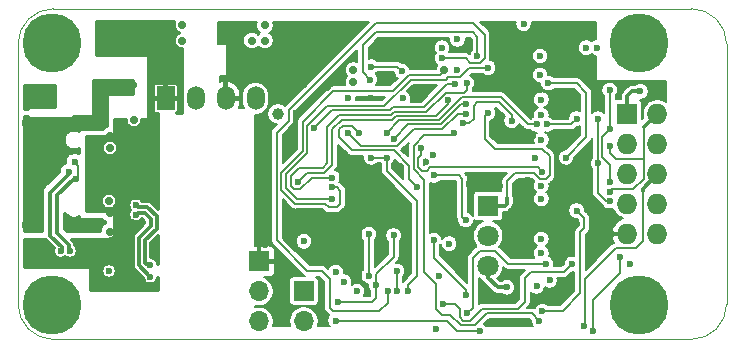
<source format=gbr>
G04 #@! TF.GenerationSoftware,KiCad,Pcbnew,5.1.5+dfsg1-2build2*
G04 #@! TF.CreationDate,2020-09-23T01:19:26+04:00*
G04 #@! TF.ProjectId,RailLink,5261696c-4c69-46e6-9b2e-6b696361645f,rev?*
G04 #@! TF.SameCoordinates,PX5f5e100PY7a12000*
G04 #@! TF.FileFunction,Copper,L4,Bot*
G04 #@! TF.FilePolarity,Positive*
%FSLAX46Y46*%
G04 Gerber Fmt 4.6, Leading zero omitted, Abs format (unit mm)*
G04 Created by KiCad (PCBNEW 5.1.5+dfsg1-2build2) date 2020-09-23 01:19:26*
%MOMM*%
%LPD*%
G04 APERTURE LIST*
%ADD10C,0.050000*%
%ADD11R,1.500000X2.000000*%
%ADD12O,1.500000X2.000000*%
%ADD13C,1.800000*%
%ADD14R,1.800000X1.800000*%
%ADD15O,1.700000X1.700000*%
%ADD16R,1.700000X1.700000*%
%ADD17C,5.000000*%
%ADD18C,0.800000*%
%ADD19O,2.100000X1.000000*%
%ADD20O,1.600000X1.000000*%
%ADD21O,1.727200X1.727200*%
%ADD22R,1.727200X1.727200*%
%ADD23C,0.700000*%
%ADD24C,0.600000*%
%ADD25C,1.000000*%
%ADD26C,0.200000*%
%ADD27C,0.300000*%
%ADD28C,0.350000*%
%ADD29C,0.160000*%
G04 APERTURE END LIST*
D10*
X3000000Y0D02*
G75*
G02X0Y3000000I0J3000000D01*
G01*
X0Y25000000D02*
G75*
G02X3000000Y28000000I3000000J0D01*
G01*
X57000000Y28000000D02*
G75*
G02X60000000Y25000000I0J-3000000D01*
G01*
X60000000Y3000000D02*
G75*
G02X57000000Y0I-3000000J0D01*
G01*
X57000000Y28000000D02*
X3000000Y28000000D01*
X60000000Y3000000D02*
X60000000Y25000000D01*
X3000000Y0D02*
X57000000Y0D01*
X0Y25000000D02*
X0Y3000000D01*
D11*
X12500000Y20400000D03*
D12*
X15040000Y20400000D03*
X17580000Y20400000D03*
X20120000Y20400000D03*
D13*
X39800000Y6220000D03*
X39800000Y8760000D03*
D14*
X39800000Y11300000D03*
D15*
X24200000Y1560000D03*
D16*
X24200000Y4100000D03*
D17*
X2900000Y25100000D03*
D18*
X4775000Y25100000D03*
X4225825Y23774175D03*
X2900000Y23225000D03*
X1574175Y23774175D03*
X1025000Y25100000D03*
X1574175Y26425825D03*
X2900000Y26975000D03*
X4225825Y26425825D03*
X4225825Y4225825D03*
X2900000Y4775000D03*
X1574175Y4225825D03*
X1025000Y2900000D03*
X1574175Y1574175D03*
X2900000Y1025000D03*
X4225825Y1574175D03*
X4775000Y2900000D03*
D17*
X2900000Y2900000D03*
D19*
X5280000Y9680000D03*
X5280000Y18320000D03*
D20*
X1100000Y18320000D03*
X1100000Y9680000D03*
D17*
X52600000Y2900000D03*
D18*
X54475000Y2900000D03*
X53925825Y1574175D03*
X52600000Y1025000D03*
X51274175Y1574175D03*
X50725000Y2900000D03*
X51274175Y4225825D03*
X52600000Y4775000D03*
X53925825Y4225825D03*
D21*
X54140000Y8920000D03*
X51600000Y8920000D03*
X54140000Y11460000D03*
X51600000Y11460000D03*
X54140000Y14000000D03*
X51600000Y14000000D03*
X54140000Y16540000D03*
X51600000Y16540000D03*
X54140000Y19080000D03*
D22*
X51600000Y19080000D03*
D18*
X53925825Y26425825D03*
X52600000Y26975000D03*
X51274175Y26425825D03*
X50725000Y25100000D03*
X51274175Y23774175D03*
X52600000Y23225000D03*
X53925825Y23774175D03*
X54475000Y25100000D03*
D17*
X52600000Y25100000D03*
D15*
X20400000Y1520000D03*
X20400000Y4060000D03*
D16*
X20400000Y6600000D03*
D23*
X6700000Y21500000D03*
X9700000Y21500000D03*
X8200000Y21500000D03*
X6900000Y26600000D03*
X9500000Y26600000D03*
X8200000Y26600000D03*
X7800000Y17200000D03*
D24*
X9900000Y5600000D03*
X11700000Y8000000D03*
D23*
X8800000Y15600000D03*
D24*
X8900000Y13700000D03*
X8900000Y12700000D03*
D23*
X9800000Y15900000D03*
D24*
X9600000Y9100000D03*
D23*
X8800000Y18200000D03*
X1000000Y8200000D03*
X1000000Y6400000D03*
X2600000Y6400000D03*
X7800000Y9100000D03*
X7800000Y10700000D03*
X6000000Y8200000D03*
X1000000Y20200000D03*
X1000000Y21200000D03*
X13900000Y26600000D03*
X7800000Y16200000D03*
X9800000Y18600000D03*
D24*
X7700000Y5800000D03*
D23*
X7700000Y11700000D03*
X13900000Y25300000D03*
D24*
X41700000Y3600000D03*
X43200000Y13500000D03*
X46400000Y20300000D03*
X46000000Y16100000D03*
X34500000Y15000000D03*
X33000000Y5700000D03*
X34300000Y21200000D03*
X30800000Y22300000D03*
X40800000Y13000000D03*
X32400000Y25300000D03*
X43600000Y17200000D03*
D23*
X26000000Y26100000D03*
X26600000Y25500000D03*
X27700000Y25500000D03*
D24*
X44200000Y21100000D03*
X38200000Y13200000D03*
X24900000Y6500000D03*
D23*
X22800000Y16000000D03*
X26200000Y21400000D03*
D24*
X24200000Y21500000D03*
X24500000Y23400000D03*
X22200000Y23400000D03*
X23500000Y19200000D03*
X22100000Y20200000D03*
X42900000Y9200000D03*
D23*
X17200000Y26600000D03*
X18500000Y25300000D03*
X17200000Y25300000D03*
X22000000Y6600000D03*
X20900000Y8100000D03*
D24*
X33100000Y9100000D03*
D23*
X32300000Y14600000D03*
X32800000Y16000000D03*
D24*
X29900000Y20400000D03*
X25900000Y1300000D03*
X41100000Y24600000D03*
X46800000Y26100000D03*
X46600000Y22900000D03*
X43200000Y1500000D03*
X46300000Y13300000D03*
X42000000Y5400000D03*
X41800000Y7800000D03*
X40300000Y18400000D03*
X46900000Y5300000D03*
X37800000Y6300000D03*
X38300000Y9300000D03*
X46100000Y8900000D03*
X47300000Y9800000D03*
X49500000Y9000000D03*
X42600000Y24300000D03*
X43900000Y10000000D03*
X54500000Y21700000D03*
X42800000Y26700000D03*
X35400000Y900000D03*
D25*
X22000000Y19100000D03*
D23*
X19800000Y25300000D03*
X20900000Y26600000D03*
X20900000Y25300000D03*
D24*
X27600000Y4900000D03*
X35900000Y24700000D03*
X29900000Y23099980D03*
X32500000Y22700000D03*
X43800000Y15400000D03*
X44300000Y19000000D03*
X32600000Y20400000D03*
X35100000Y15600000D03*
X44200000Y22400000D03*
D23*
X28400000Y22800000D03*
X28400000Y21800000D03*
D24*
X24200000Y8300000D03*
X27900000Y20400000D03*
X35600000Y5400000D03*
X36500000Y8100000D03*
X44300000Y11900000D03*
X44300000Y7300000D03*
X43900000Y4500000D03*
X37200000Y22800000D03*
X48100000Y24700000D03*
X49000000Y24700000D03*
X44300000Y20300000D03*
X44200000Y24000000D03*
X28700000Y4100000D03*
X37200000Y25400000D03*
X44300000Y16900000D03*
X44300000Y13000000D03*
X44300000Y8500000D03*
X45000000Y5000000D03*
X39800000Y19200000D03*
X4400000Y7500000D03*
X4882843Y13617157D03*
X4800000Y15000000D03*
X3600000Y7500000D03*
X4317157Y14182843D03*
X26900000Y1600000D03*
X39100000Y700000D03*
X48700000Y700000D03*
X51000000Y7000000D03*
X50100000Y21100000D03*
X50100000Y17800000D03*
X50100000Y13300000D03*
X47900000Y1100000D03*
X49100000Y14900000D03*
X49100000Y18700000D03*
X50100000Y11700000D03*
X50100000Y12500000D03*
X50100000Y16400000D03*
X36000000Y3000000D03*
X46900000Y6400000D03*
X11200000Y5300000D03*
X10000000Y10560000D03*
X11200000Y6300000D03*
X10000000Y11360000D03*
X31300000Y4100000D03*
X35900000Y23800000D03*
X31800000Y8800000D03*
X30300000Y4600000D03*
X27100000Y3200000D03*
X32100000Y4100000D03*
X32100000Y5800000D03*
X26600000Y11900000D03*
X39800000Y23000000D03*
X26600000Y13700000D03*
X38000000Y21700000D03*
X27900000Y17500000D03*
X37900000Y19100000D03*
X31800000Y17000000D03*
X37900000Y19900000D03*
X25100000Y17900000D03*
X37000000Y21600000D03*
X37900000Y3800000D03*
X33800000Y12900000D03*
X28900000Y17500000D03*
X35200000Y8400000D03*
X38000000Y2200000D03*
X44700000Y6400000D03*
X33000000Y4100000D03*
X29900000Y15400000D03*
X31200000Y15400000D03*
X44800000Y18200000D03*
X47300000Y18700000D03*
X44900000Y21700000D03*
X46400000Y15400000D03*
X47300000Y10900000D03*
X44400000Y2400000D03*
X26600000Y12900000D03*
D23*
X36100000Y22800000D03*
D24*
X23700000Y13300000D03*
X41800000Y18500000D03*
X36400000Y20300000D03*
X37700000Y18300000D03*
X29800000Y22000000D03*
X38900000Y24000000D03*
X29700000Y8900000D03*
X29700000Y5400000D03*
X43900000Y18200000D03*
X31200000Y17500000D03*
X44400000Y14200000D03*
X34100000Y16200000D03*
X36900000Y17500000D03*
X44100000Y1600000D03*
X35200000Y13900000D03*
X37900000Y10100000D03*
X41400000Y4400000D03*
X52700000Y21000000D03*
X26900000Y5700000D03*
X51800000Y6400000D03*
D26*
X32100020Y23099980D02*
X30324264Y23099980D01*
X30324264Y23099980D02*
X29900000Y23099980D01*
X32500000Y22700000D02*
X32100020Y23099980D01*
D27*
X41400000Y12000000D02*
X41400000Y11500000D01*
X41200000Y11300000D02*
X39800000Y11300000D01*
X41400000Y11500000D02*
X41200000Y11300000D01*
D26*
X44200000Y13600000D02*
X44700000Y13600000D01*
X43700000Y14100000D02*
X44200000Y13600000D01*
X42100000Y14100000D02*
X43700000Y14100000D01*
X41400000Y13400000D02*
X42100000Y14100000D01*
X41400000Y12000000D02*
X41400000Y13400000D01*
X44700000Y13600000D02*
X45000000Y13900000D01*
X45000000Y13900000D02*
X45000000Y15500000D01*
X45000000Y15500000D02*
X44400000Y16100000D01*
X44400000Y16100000D02*
X40400000Y16100000D01*
X39500000Y18900000D02*
X39800000Y19200000D01*
X40400000Y16100000D02*
X39500000Y17000000D01*
X39500000Y17000000D02*
X39500000Y18900000D01*
D28*
X4275000Y7625000D02*
X4275000Y8013910D01*
X4400000Y7500000D02*
X4275000Y7625000D01*
X4275000Y8013910D02*
X3275000Y9013910D01*
X4706066Y13617157D02*
X4882843Y13617157D01*
X3275000Y9013910D02*
X3275000Y12186091D01*
X3275000Y12186091D02*
X4706066Y13617157D01*
D26*
X4882843Y13617157D02*
X4917157Y13617157D01*
X4917157Y13617157D02*
X5100000Y13800000D01*
X5100000Y13800000D02*
X5100000Y14700000D01*
X5100000Y14700000D02*
X4800000Y15000000D01*
D28*
X3600000Y7500000D02*
X3725000Y7625000D01*
X3725000Y7625000D02*
X3725000Y7786090D01*
X3725000Y7786090D02*
X2725000Y8786090D01*
X2725000Y8786090D02*
X2725000Y12413909D01*
X2725000Y12413909D02*
X4317157Y14006066D01*
X4317157Y14006066D02*
X4317157Y14182843D01*
D26*
X26900000Y1600000D02*
X36300000Y1600000D01*
X36300000Y1600000D02*
X37200000Y700000D01*
X37200000Y700000D02*
X39100000Y700000D01*
X48700000Y3300000D02*
X48700000Y700000D01*
X51000000Y5600000D02*
X48700000Y3300000D01*
X51000000Y7000000D02*
X51000000Y5600000D01*
X50100000Y17800000D02*
X50100000Y21100000D01*
X49460010Y17160010D02*
X49460010Y15439990D01*
X50100000Y17800000D02*
X49460010Y17160010D01*
X50100000Y14800000D02*
X50100000Y13300000D01*
X49460010Y15439990D02*
X50100000Y14800000D01*
D27*
X52900000Y12760000D02*
X54140000Y14000000D01*
X52900000Y12600000D02*
X52900000Y12760000D01*
D26*
X48000000Y1200000D02*
X48000000Y5100000D01*
X52900000Y8300000D02*
X52900000Y12600000D01*
X52300000Y7700000D02*
X52900000Y8300000D01*
X47900000Y1100000D02*
X48000000Y1200000D01*
X50600000Y7700000D02*
X52300000Y7700000D01*
X48000000Y5100000D02*
X50600000Y7700000D01*
X49100000Y14900000D02*
X49100000Y18700000D01*
X49100000Y12400000D02*
X49100000Y14900000D01*
X50100000Y11700000D02*
X49800000Y11700000D01*
X49800000Y11700000D02*
X49100000Y12400000D01*
D27*
X54140000Y19080000D02*
X54080000Y19080000D01*
X54080000Y19080000D02*
X53000000Y18000000D01*
D26*
X53000000Y15300000D02*
X53000000Y18000000D01*
X53000000Y13600000D02*
X53000000Y15300000D01*
X52100000Y12700000D02*
X53000000Y13600000D01*
X50100000Y12500000D02*
X50300000Y12700000D01*
X50300000Y12700000D02*
X52100000Y12700000D01*
X50600000Y15300000D02*
X53000000Y15300000D01*
X50100000Y16400000D02*
X50100000Y15800000D01*
X50100000Y15800000D02*
X50600000Y15300000D01*
X37400000Y2600000D02*
X37000000Y3000000D01*
X37400000Y1900000D02*
X37400000Y2600000D01*
X39300000Y2600000D02*
X38300000Y1600000D01*
X38300000Y1600000D02*
X37700000Y1600000D01*
X42300000Y2600000D02*
X39300000Y2600000D01*
X37700000Y1600000D02*
X37400000Y1900000D01*
X46200000Y5700000D02*
X43400000Y5700000D01*
X46800000Y6300000D02*
X46900000Y6400000D01*
X46900000Y6400000D02*
X46200000Y5700000D01*
X43400000Y5700000D02*
X42900000Y5200000D01*
X37000000Y3000000D02*
X36000000Y3000000D01*
X42900000Y3200000D02*
X42300000Y2600000D01*
X42900000Y5200000D02*
X42900000Y3200000D01*
D28*
X10225000Y6275000D02*
X10225000Y8613910D01*
X11200000Y5300000D02*
X10225000Y6275000D01*
X10225000Y8613910D02*
X11225000Y9613910D01*
X11225000Y9613910D02*
X11225000Y10186090D01*
X10726090Y10685000D02*
X10125000Y10685000D01*
X11225000Y10186090D02*
X10726090Y10685000D01*
X10125000Y10685000D02*
X10000000Y10560000D01*
X10977818Y6300000D02*
X10775000Y6502818D01*
X11200000Y6300000D02*
X10977818Y6300000D01*
X10775000Y6502818D02*
X10775000Y8386090D01*
X10775000Y8386090D02*
X11775000Y9386090D01*
X11775000Y9386090D02*
X11775000Y10413910D01*
X10125000Y11235000D02*
X10000000Y11360000D01*
X11775000Y10413910D02*
X10953910Y11235000D01*
X10953910Y11235000D02*
X10125000Y11235000D01*
D26*
X30600000Y2400000D02*
X31300000Y3100000D01*
X26700000Y2400000D02*
X30600000Y2400000D01*
X26400000Y2700000D02*
X26700000Y2400000D01*
X25700000Y5800000D02*
X26400000Y5100000D01*
X24500000Y5800000D02*
X25700000Y5800000D01*
X39100000Y23400000D02*
X39500000Y23800000D01*
X35900000Y23800000D02*
X37900000Y23800000D01*
X21900000Y8400000D02*
X24500000Y5800000D01*
X39500000Y25800000D02*
X38500000Y26800000D01*
X31300000Y3100000D02*
X31300000Y4100000D01*
X38300000Y23400000D02*
X39100000Y23400000D01*
X22900000Y19400000D02*
X22900000Y18500000D01*
X39500000Y23800000D02*
X39500000Y25800000D01*
X38500000Y26800000D02*
X30300000Y26800000D01*
X26400000Y5100000D02*
X26400000Y2700000D01*
X37900000Y23800000D02*
X38300000Y23400000D01*
X30300000Y26800000D02*
X22900000Y19400000D01*
X22900000Y18500000D02*
X21900000Y17500000D01*
X21900000Y17500000D02*
X21900000Y8400000D01*
D29*
X30300000Y4600000D02*
X30300000Y3500000D01*
X30300000Y3500000D02*
X30000000Y3200000D01*
X30000000Y3200000D02*
X27100000Y3200000D01*
D26*
X31800000Y8800000D02*
X31800000Y7000000D01*
X30300000Y5500000D02*
X30300000Y4600000D01*
X31800000Y7000000D02*
X30300000Y5500000D01*
X32100000Y4100000D02*
X32100000Y5800000D01*
X38200000Y23000000D02*
X39800000Y23000000D01*
X37400000Y22200000D02*
X38200000Y23000000D01*
X24500000Y15800000D02*
X24500000Y18100000D01*
X36400000Y22200000D02*
X37400000Y22200000D01*
X22700000Y14000000D02*
X24500000Y15800000D01*
X26600000Y11900000D02*
X23600000Y11900000D01*
X23600000Y11900000D02*
X22700000Y12800000D01*
X26160010Y19760010D02*
X31000000Y19760010D01*
X24500000Y18100000D02*
X26160010Y19760010D01*
X22700000Y12800000D02*
X22700000Y14000000D01*
X36200000Y22000000D02*
X36400000Y22200000D01*
X31000000Y19760010D02*
X33239990Y22000000D01*
X33239990Y22000000D02*
X36200000Y22000000D01*
X38000000Y21100000D02*
X38000000Y21700000D01*
X37800000Y20900000D02*
X38000000Y21100000D01*
X36200000Y20900000D02*
X37800000Y20900000D01*
X31870899Y19280030D02*
X34580030Y19280030D01*
X31590870Y19000000D02*
X31870899Y19280030D01*
X25790870Y14500000D02*
X26200000Y14909130D01*
X23800000Y14500000D02*
X25790870Y14500000D01*
X23400000Y12700000D02*
X23100000Y13000000D01*
X27200000Y19000000D02*
X31590870Y19000000D01*
X23900000Y12700000D02*
X23400000Y12700000D01*
X26600000Y13700000D02*
X24900000Y13700000D01*
X24900000Y13700000D02*
X23900000Y12700000D01*
X23100000Y13000000D02*
X23100000Y13800000D01*
X23100000Y13800000D02*
X23800000Y14500000D01*
X26200000Y14909130D02*
X26200000Y18000000D01*
X26200000Y18000000D02*
X27200000Y19000000D01*
X34580030Y19280030D02*
X36200000Y20900000D01*
X29000000Y16400000D02*
X27900000Y17500000D01*
X32100000Y16400000D02*
X29000000Y16400000D01*
X33500000Y17800000D02*
X32100000Y16400000D01*
X33500000Y17800000D02*
X35918260Y17800000D01*
X37218260Y19100000D02*
X37900000Y19100000D01*
X35918260Y17800000D02*
X37218260Y19100000D01*
X33000000Y18200000D02*
X35809130Y18200000D01*
X31800000Y17000000D02*
X33000000Y18200000D01*
X37509130Y19900000D02*
X37900000Y19900000D01*
X35809130Y18200000D02*
X37509130Y19900000D01*
X36300000Y21600000D02*
X37000000Y21600000D01*
X26600000Y19400000D02*
X31481739Y19400000D01*
X25100000Y17900000D02*
X26600000Y19400000D01*
X31481739Y19400000D02*
X31721778Y19640040D01*
X31721778Y19640040D02*
X34340040Y19640040D01*
X34340040Y19640040D02*
X36300000Y21600000D01*
X33100000Y14700000D02*
X33100000Y13600000D01*
X33100000Y13600000D02*
X33800000Y12900000D01*
X28300000Y16000000D02*
X31800000Y16000000D01*
X28300000Y18100000D02*
X27500000Y18100000D01*
X28900000Y17500000D02*
X28300000Y18100000D01*
X31800000Y16000000D02*
X33100000Y14700000D01*
X27200000Y17800000D02*
X27200000Y17100000D01*
X27500000Y18100000D02*
X27200000Y17800000D01*
X27200000Y17100000D02*
X28300000Y16000000D01*
X35200000Y6900000D02*
X35200000Y8400000D01*
X37900000Y3800000D02*
X37900000Y4200000D01*
X37900000Y4200000D02*
X35200000Y6900000D01*
X41500000Y6400000D02*
X44700000Y6400000D01*
X38500000Y2700000D02*
X38500000Y6900000D01*
X38000000Y2200000D02*
X38500000Y2700000D01*
X38500000Y6900000D02*
X39100000Y7500000D01*
X39100000Y7500000D02*
X40400000Y7500000D01*
X40400000Y7500000D02*
X41500000Y6400000D01*
X33000000Y4100000D02*
X33000000Y4600000D01*
X33000000Y4600000D02*
X33800000Y5400000D01*
X31200000Y15400000D02*
X29900000Y15400000D01*
X33800000Y5400000D02*
X33800000Y11700000D01*
X31200000Y14300000D02*
X31200000Y15400000D01*
X33800000Y11700000D02*
X31200000Y14300000D01*
X46800000Y18200000D02*
X47300000Y18700000D01*
X44800000Y18200000D02*
X46800000Y18200000D01*
X48100000Y20900000D02*
X47300000Y21700000D01*
X47300000Y21700000D02*
X44900000Y21700000D01*
X48100000Y17100000D02*
X48100000Y20900000D01*
X46400000Y15400000D02*
X48100000Y17100000D01*
X47400000Y10800000D02*
X47300000Y10900000D01*
X47900000Y10300000D02*
X47300000Y10900000D01*
X46100000Y2400000D02*
X47600000Y3900000D01*
X47600000Y3900000D02*
X47600000Y9100000D01*
X47600000Y9100000D02*
X47900000Y9400000D01*
X44400000Y2400000D02*
X46100000Y2400000D01*
X47900000Y9400000D02*
X47900000Y10300000D01*
X23490870Y11500000D02*
X26000000Y11500000D01*
X22300000Y12690870D02*
X23490870Y11500000D01*
X27000000Y12900000D02*
X26600000Y12900000D01*
X22300000Y14109130D02*
X22300000Y12690870D01*
X24139991Y15949121D02*
X22300000Y14109130D01*
X36100000Y22800000D02*
X35700000Y22400000D01*
X27300000Y11500000D02*
X27300000Y12600000D01*
X24139991Y18437189D02*
X24139991Y15949121D01*
X35700000Y22400000D02*
X33130860Y22400000D01*
X31730860Y21000000D02*
X26702802Y21000000D01*
X33130860Y22400000D02*
X31730860Y21000000D01*
X26000000Y11500000D02*
X26300000Y11200000D01*
X26300000Y11200000D02*
X27000000Y11200000D01*
X27000000Y11200000D02*
X27300000Y11500000D01*
X27300000Y12600000D02*
X27000000Y12900000D01*
X26702802Y21000000D02*
X24139991Y18437189D01*
X25900000Y14100000D02*
X26600000Y14800000D01*
X27400000Y18600000D02*
X31700000Y18600000D01*
X35420020Y18920020D02*
X36400000Y19900000D01*
X36400000Y19900000D02*
X36400000Y20300000D01*
X24500000Y14100000D02*
X25900000Y14100000D01*
X26600000Y17800000D02*
X26600000Y14800000D01*
X26600000Y17800000D02*
X27400000Y18600000D01*
X31700000Y18600000D02*
X32020020Y18920020D01*
X32020020Y18920020D02*
X35420020Y18920020D01*
X23700000Y13300000D02*
X24500000Y14100000D01*
X41800000Y19000000D02*
X40700000Y20100000D01*
X38900000Y20100000D02*
X38600000Y19800000D01*
X41800000Y18500000D02*
X41800000Y19000000D01*
X40700000Y20100000D02*
X38900000Y20100000D01*
X38600000Y19800000D02*
X38600000Y18700000D01*
X38200000Y18300000D02*
X37700000Y18300000D01*
X38600000Y18700000D02*
X38200000Y18300000D01*
X30300000Y26000000D02*
X29200000Y24900000D01*
X38900000Y25600000D02*
X38500000Y26000000D01*
X38900000Y24000000D02*
X38900000Y25600000D01*
X38500000Y26000000D02*
X30300000Y26000000D01*
X29200000Y22600000D02*
X29800000Y22000000D01*
X29200000Y24900000D02*
X29200000Y22600000D01*
X29700000Y5400000D02*
X29700000Y8900000D01*
X40900000Y20500000D02*
X43200000Y18200000D01*
X35660010Y18560010D02*
X37600000Y20500000D01*
X31200000Y17500000D02*
X32260010Y18560010D01*
X37600000Y20500000D02*
X40900000Y20500000D01*
X32260010Y18560010D02*
X35660010Y18560010D01*
X43200000Y18200000D02*
X43900000Y18200000D01*
X34600000Y14300000D02*
X34900000Y14600000D01*
X34200000Y14300000D02*
X34600000Y14300000D01*
X33900000Y14600000D02*
X34200000Y14300000D01*
X33900000Y15400000D02*
X33900000Y14600000D01*
X34100000Y15600000D02*
X33900000Y15400000D01*
X34100000Y16200000D02*
X34100000Y15600000D01*
X44400000Y14200000D02*
X44000000Y14600000D01*
X34900000Y14600000D02*
X44000000Y14600000D01*
X33500000Y14400000D02*
X33500000Y16400000D01*
X34400000Y13500000D02*
X33500000Y14400000D01*
X34400000Y5700000D02*
X34400000Y13500000D01*
X35400000Y4700000D02*
X34400000Y5700000D01*
X43500000Y2200000D02*
X39700000Y2200000D01*
X36700000Y17300000D02*
X36900000Y17500000D01*
X44100000Y1600000D02*
X43500000Y2200000D01*
X39700000Y2200000D02*
X38700000Y1200000D01*
X33500000Y16400000D02*
X34400000Y17300000D01*
X38700000Y1200000D02*
X37500000Y1200000D01*
X34400000Y17300000D02*
X36700000Y17300000D01*
X37500000Y1200000D02*
X36600000Y2100000D01*
X36600000Y2100000D02*
X35900000Y2100000D01*
X35400000Y2600000D02*
X35400000Y4700000D01*
X35900000Y2100000D02*
X35400000Y2600000D01*
X37300000Y13900000D02*
X35200000Y13900000D01*
X37600000Y13600000D02*
X37300000Y13900000D01*
X37900000Y10100000D02*
X37600000Y10400000D01*
X37600000Y10400000D02*
X37600000Y13600000D01*
D27*
X39800000Y6220000D02*
X39800000Y5200000D01*
X40600000Y4400000D02*
X41400000Y4400000D01*
X39800000Y5200000D02*
X40600000Y4400000D01*
X51600000Y19080000D02*
X51600000Y20600000D01*
X51600000Y20600000D02*
X52000000Y21000000D01*
X52000000Y21000000D02*
X52700000Y21000000D01*
G36*
X9750000Y20750000D02*
G01*
X7700000Y20750000D01*
X7670736Y20747118D01*
X7642597Y20738582D01*
X7616664Y20724720D01*
X7593934Y20706066D01*
X7575280Y20683336D01*
X7561418Y20657403D01*
X7552882Y20629264D01*
X7550000Y20600000D01*
X7550000Y18067904D01*
X7537480Y18065414D01*
X7373690Y17997570D01*
X7226283Y17899076D01*
X7177207Y17850000D01*
X5300000Y17850000D01*
X5270736Y17847118D01*
X5242597Y17838582D01*
X5216664Y17824720D01*
X5193934Y17806066D01*
X5175280Y17783336D01*
X5161418Y17757403D01*
X5152882Y17729264D01*
X5150000Y17700000D01*
X5150000Y17671408D01*
X5005228Y17731374D01*
X4836180Y17765000D01*
X4663820Y17765000D01*
X4494772Y17731374D01*
X4335532Y17665415D01*
X4192220Y17569657D01*
X4070343Y17447780D01*
X3974585Y17304468D01*
X3908626Y17145228D01*
X3875000Y16976180D01*
X3875000Y16803820D01*
X3908626Y16634772D01*
X3974585Y16475532D01*
X4070343Y16332220D01*
X4192220Y16210343D01*
X4335532Y16114585D01*
X4494772Y16048626D01*
X4663820Y16015000D01*
X4836180Y16015000D01*
X5005228Y16048626D01*
X5150000Y16108592D01*
X5150000Y15775059D01*
X5047936Y15817335D01*
X4883718Y15850000D01*
X4716282Y15850000D01*
X4552064Y15817335D01*
X4397374Y15753260D01*
X4258156Y15660238D01*
X4139762Y15541844D01*
X4046740Y15402626D01*
X3982665Y15247936D01*
X3950000Y15083718D01*
X3950000Y14950795D01*
X3914531Y14936103D01*
X3775313Y14843081D01*
X3656919Y14724687D01*
X3563897Y14585469D01*
X3499822Y14430779D01*
X3467157Y14266561D01*
X3467157Y14181371D01*
X2237523Y12951736D01*
X2209869Y12929041D01*
X2187173Y12901386D01*
X2187170Y12901383D01*
X2119269Y12818645D01*
X2051947Y12692696D01*
X2046144Y12673565D01*
X2013338Y12565414D01*
X2010492Y12556033D01*
X1996494Y12413909D01*
X2000001Y12378302D01*
X2000000Y9150000D01*
X575000Y9150000D01*
X575000Y18850000D01*
X850000Y18850000D01*
X850000Y18800000D01*
X852882Y18770736D01*
X861418Y18742597D01*
X875280Y18716664D01*
X893934Y18693934D01*
X916664Y18675280D01*
X942597Y18661418D01*
X970736Y18652882D01*
X1000000Y18650000D01*
X4600000Y18650000D01*
X4629264Y18652882D01*
X4657403Y18661418D01*
X4683336Y18675280D01*
X4706066Y18693934D01*
X4724720Y18716664D01*
X4738582Y18742597D01*
X4747118Y18770736D01*
X4750000Y18800000D01*
X4750000Y18850000D01*
X6300000Y18850000D01*
X6329264Y18852882D01*
X6357403Y18861418D01*
X6383336Y18875280D01*
X6406066Y18893934D01*
X6424720Y18916664D01*
X6438582Y18942597D01*
X6447118Y18970736D01*
X6450000Y19000000D01*
X6450000Y21850000D01*
X9750000Y21850000D01*
X9750000Y20750000D01*
G37*
X9750000Y20750000D02*
X7700000Y20750000D01*
X7670736Y20747118D01*
X7642597Y20738582D01*
X7616664Y20724720D01*
X7593934Y20706066D01*
X7575280Y20683336D01*
X7561418Y20657403D01*
X7552882Y20629264D01*
X7550000Y20600000D01*
X7550000Y18067904D01*
X7537480Y18065414D01*
X7373690Y17997570D01*
X7226283Y17899076D01*
X7177207Y17850000D01*
X5300000Y17850000D01*
X5270736Y17847118D01*
X5242597Y17838582D01*
X5216664Y17824720D01*
X5193934Y17806066D01*
X5175280Y17783336D01*
X5161418Y17757403D01*
X5152882Y17729264D01*
X5150000Y17700000D01*
X5150000Y17671408D01*
X5005228Y17731374D01*
X4836180Y17765000D01*
X4663820Y17765000D01*
X4494772Y17731374D01*
X4335532Y17665415D01*
X4192220Y17569657D01*
X4070343Y17447780D01*
X3974585Y17304468D01*
X3908626Y17145228D01*
X3875000Y16976180D01*
X3875000Y16803820D01*
X3908626Y16634772D01*
X3974585Y16475532D01*
X4070343Y16332220D01*
X4192220Y16210343D01*
X4335532Y16114585D01*
X4494772Y16048626D01*
X4663820Y16015000D01*
X4836180Y16015000D01*
X5005228Y16048626D01*
X5150000Y16108592D01*
X5150000Y15775059D01*
X5047936Y15817335D01*
X4883718Y15850000D01*
X4716282Y15850000D01*
X4552064Y15817335D01*
X4397374Y15753260D01*
X4258156Y15660238D01*
X4139762Y15541844D01*
X4046740Y15402626D01*
X3982665Y15247936D01*
X3950000Y15083718D01*
X3950000Y14950795D01*
X3914531Y14936103D01*
X3775313Y14843081D01*
X3656919Y14724687D01*
X3563897Y14585469D01*
X3499822Y14430779D01*
X3467157Y14266561D01*
X3467157Y14181371D01*
X2237523Y12951736D01*
X2209869Y12929041D01*
X2187173Y12901386D01*
X2187170Y12901383D01*
X2119269Y12818645D01*
X2051947Y12692696D01*
X2046144Y12673565D01*
X2013338Y12565414D01*
X2010492Y12556033D01*
X1996494Y12413909D01*
X2000001Y12378302D01*
X2000000Y9150000D01*
X575000Y9150000D01*
X575000Y18850000D01*
X850000Y18850000D01*
X850000Y18800000D01*
X852882Y18770736D01*
X861418Y18742597D01*
X875280Y18716664D01*
X893934Y18693934D01*
X916664Y18675280D01*
X942597Y18661418D01*
X970736Y18652882D01*
X1000000Y18650000D01*
X4600000Y18650000D01*
X4629264Y18652882D01*
X4657403Y18661418D01*
X4683336Y18675280D01*
X4706066Y18693934D01*
X4724720Y18716664D01*
X4738582Y18742597D01*
X4747118Y18770736D01*
X4750000Y18800000D01*
X4750000Y18850000D01*
X6300000Y18850000D01*
X6329264Y18852882D01*
X6357403Y18861418D01*
X6383336Y18875280D01*
X6406066Y18893934D01*
X6424720Y18916664D01*
X6438582Y18942597D01*
X6447118Y18970736D01*
X6450000Y19000000D01*
X6450000Y21850000D01*
X9750000Y21850000D01*
X9750000Y20750000D01*
G36*
X4070343Y10552220D02*
G01*
X4192220Y10430343D01*
X4335532Y10334585D01*
X4494772Y10268626D01*
X4663820Y10235000D01*
X4836180Y10235000D01*
X5005228Y10268626D01*
X5150000Y10328592D01*
X5150000Y10300000D01*
X5152882Y10270736D01*
X5161418Y10242597D01*
X5175280Y10216664D01*
X5193934Y10193934D01*
X5216664Y10175280D01*
X5242597Y10161418D01*
X5270736Y10152882D01*
X5300000Y10150000D01*
X7085077Y10150000D01*
X7100924Y10126283D01*
X7226283Y10000924D01*
X7373690Y9902430D01*
X7379557Y9900000D01*
X7373690Y9897570D01*
X7226283Y9799076D01*
X7100924Y9673717D01*
X7002430Y9526310D01*
X6934586Y9362520D01*
X6900000Y9188642D01*
X6900000Y9150000D01*
X4164214Y9150000D01*
X4000000Y9314214D01*
X4000000Y10657496D01*
X4070343Y10552220D01*
G37*
X4070343Y10552220D02*
X4192220Y10430343D01*
X4335532Y10334585D01*
X4494772Y10268626D01*
X4663820Y10235000D01*
X4836180Y10235000D01*
X5005228Y10268626D01*
X5150000Y10328592D01*
X5150000Y10300000D01*
X5152882Y10270736D01*
X5161418Y10242597D01*
X5175280Y10216664D01*
X5193934Y10193934D01*
X5216664Y10175280D01*
X5242597Y10161418D01*
X5270736Y10152882D01*
X5300000Y10150000D01*
X7085077Y10150000D01*
X7100924Y10126283D01*
X7226283Y10000924D01*
X7373690Y9902430D01*
X7379557Y9900000D01*
X7373690Y9897570D01*
X7226283Y9799076D01*
X7100924Y9673717D01*
X7002430Y9526310D01*
X6934586Y9362520D01*
X6900000Y9188642D01*
X6900000Y9150000D01*
X4164214Y9150000D01*
X4000000Y9314214D01*
X4000000Y10657496D01*
X4070343Y10552220D01*
D26*
G36*
X20178822Y26818767D02*
G01*
X20150000Y26673869D01*
X20150000Y26526131D01*
X20178822Y26381233D01*
X20235359Y26244742D01*
X20317437Y26121903D01*
X20421903Y26017437D01*
X20522830Y25950000D01*
X20421903Y25882563D01*
X20350000Y25810660D01*
X20278097Y25882563D01*
X20155258Y25964641D01*
X20018767Y26021178D01*
X19873869Y26050000D01*
X19726131Y26050000D01*
X19581233Y26021178D01*
X19444742Y25964641D01*
X19321903Y25882563D01*
X19217437Y25778097D01*
X19135359Y25655258D01*
X19078822Y25518767D01*
X19050000Y25373869D01*
X19050000Y25226131D01*
X19078822Y25081233D01*
X19135359Y24944742D01*
X19217437Y24821903D01*
X19321903Y24717437D01*
X19444742Y24635359D01*
X19581233Y24578822D01*
X19726131Y24550000D01*
X19873869Y24550000D01*
X20018767Y24578822D01*
X20155258Y24635359D01*
X20278097Y24717437D01*
X20350000Y24789340D01*
X20421903Y24717437D01*
X20544742Y24635359D01*
X20681233Y24578822D01*
X20826131Y24550000D01*
X20973869Y24550000D01*
X21118767Y24578822D01*
X21255258Y24635359D01*
X21378097Y24717437D01*
X21482563Y24821903D01*
X21564641Y24944742D01*
X21621178Y25081233D01*
X21650000Y25226131D01*
X21650000Y25373869D01*
X21621178Y25518767D01*
X21564641Y25655258D01*
X21482563Y25778097D01*
X21378097Y25882563D01*
X21277170Y25950000D01*
X21378097Y26017437D01*
X21482563Y26121903D01*
X21564641Y26244742D01*
X21621178Y26381233D01*
X21650000Y26526131D01*
X21650000Y26673869D01*
X21621178Y26818767D01*
X21587530Y26900000D01*
X29692893Y26900000D01*
X22582844Y19789949D01*
X22573717Y19799076D01*
X22426310Y19897570D01*
X22262520Y19965414D01*
X22088642Y20000000D01*
X21911358Y20000000D01*
X21737480Y19965414D01*
X21573690Y19897570D01*
X21426283Y19799076D01*
X21300924Y19673717D01*
X21202430Y19526310D01*
X21134586Y19362520D01*
X21100000Y19188642D01*
X21100000Y19011358D01*
X21134586Y18837480D01*
X21202430Y18673690D01*
X21300924Y18526283D01*
X21426283Y18400924D01*
X21573690Y18302430D01*
X21737480Y18234586D01*
X21895958Y18203063D01*
X21563824Y17870929D01*
X21544736Y17855264D01*
X21482254Y17779129D01*
X21435825Y17692266D01*
X21418814Y17636186D01*
X21407235Y17598017D01*
X21397581Y17500000D01*
X21400000Y17475440D01*
X21400001Y8424570D01*
X21397581Y8400000D01*
X21407235Y8301983D01*
X21435826Y8207733D01*
X21482255Y8120871D01*
X21544737Y8044736D01*
X21563819Y8029076D01*
X24129079Y5463814D01*
X24144736Y5444736D01*
X24220871Y5382254D01*
X24277594Y5351935D01*
X23350000Y5351935D01*
X23271586Y5344212D01*
X23196186Y5321340D01*
X23126697Y5284197D01*
X23065789Y5234211D01*
X23015803Y5173303D01*
X22978660Y5103814D01*
X22955788Y5028414D01*
X22948065Y4950000D01*
X22948065Y3250000D01*
X22955788Y3171586D01*
X22978660Y3096186D01*
X23015803Y3026697D01*
X23065789Y2965789D01*
X23126697Y2915803D01*
X23196186Y2878660D01*
X23271586Y2855788D01*
X23350000Y2848065D01*
X25050000Y2848065D01*
X25128414Y2855788D01*
X25203814Y2878660D01*
X25273303Y2915803D01*
X25334211Y2965789D01*
X25384197Y3026697D01*
X25421340Y3096186D01*
X25444212Y3171586D01*
X25451935Y3250000D01*
X25451935Y4950000D01*
X25444212Y5028414D01*
X25421340Y5103814D01*
X25384197Y5173303D01*
X25334211Y5234211D01*
X25273303Y5284197D01*
X25243738Y5300000D01*
X25492895Y5300000D01*
X25900000Y4892893D01*
X25900001Y2724570D01*
X25897581Y2700000D01*
X25907235Y2601983D01*
X25931784Y2521058D01*
X25935826Y2507733D01*
X25982255Y2420871D01*
X26044737Y2344736D01*
X26063820Y2329075D01*
X26329071Y2063824D01*
X26344736Y2044736D01*
X26351546Y2039147D01*
X26279668Y1931574D01*
X26226901Y1804182D01*
X26200000Y1668944D01*
X26200000Y1531056D01*
X26226901Y1395818D01*
X26279668Y1268426D01*
X26356274Y1153776D01*
X26410050Y1100000D01*
X25362451Y1100000D01*
X25401963Y1195389D01*
X25450000Y1436886D01*
X25450000Y1683114D01*
X25401963Y1924611D01*
X25307735Y2152097D01*
X25170938Y2356828D01*
X24996828Y2530938D01*
X24792097Y2667735D01*
X24564611Y2761963D01*
X24323114Y2810000D01*
X24076886Y2810000D01*
X23835389Y2761963D01*
X23607903Y2667735D01*
X23403172Y2530938D01*
X23229062Y2356828D01*
X23092265Y2152097D01*
X22998037Y1924611D01*
X22950000Y1683114D01*
X22950000Y1436886D01*
X22998037Y1195389D01*
X23037549Y1100000D01*
X21579020Y1100000D01*
X21601963Y1155389D01*
X21650000Y1396886D01*
X21650000Y1643114D01*
X21601963Y1884611D01*
X21507735Y2112097D01*
X21370938Y2316828D01*
X21196828Y2490938D01*
X20992097Y2627735D01*
X20764611Y2721963D01*
X20523114Y2770000D01*
X20276886Y2770000D01*
X20100000Y2734815D01*
X20100000Y2845185D01*
X20276886Y2810000D01*
X20523114Y2810000D01*
X20764611Y2858037D01*
X20992097Y2952265D01*
X21196828Y3089062D01*
X21370938Y3263172D01*
X21507735Y3467903D01*
X21601963Y3695389D01*
X21650000Y3936886D01*
X21650000Y4183114D01*
X21601963Y4424611D01*
X21507735Y4652097D01*
X21370938Y4856828D01*
X21196828Y5030938D01*
X20992097Y5167735D01*
X20795081Y5249342D01*
X21250000Y5247581D01*
X21348017Y5257235D01*
X21442267Y5285825D01*
X21529129Y5332254D01*
X21605264Y5394736D01*
X21667746Y5470871D01*
X21714175Y5557733D01*
X21742765Y5651983D01*
X21752419Y5750000D01*
X21750000Y6375000D01*
X21625000Y6500000D01*
X20500000Y6500000D01*
X20500000Y6480000D01*
X20300000Y6480000D01*
X20300000Y6500000D01*
X20280000Y6500000D01*
X20280000Y6700000D01*
X20300000Y6700000D01*
X20300000Y7825000D01*
X20500000Y7825000D01*
X20500000Y6700000D01*
X21625000Y6700000D01*
X21750000Y6825000D01*
X21752419Y7450000D01*
X21742765Y7548017D01*
X21714175Y7642267D01*
X21667746Y7729129D01*
X21605264Y7805264D01*
X21529129Y7867746D01*
X21442267Y7914175D01*
X21348017Y7942765D01*
X21250000Y7952419D01*
X20625000Y7950000D01*
X20500000Y7825000D01*
X20300000Y7825000D01*
X20175000Y7950000D01*
X20100000Y7950290D01*
X20100000Y18996406D01*
X20120000Y18994436D01*
X20345439Y19016640D01*
X20562215Y19082398D01*
X20761997Y19189184D01*
X20937107Y19332893D01*
X21080816Y19508003D01*
X21187602Y19707786D01*
X21253360Y19924562D01*
X21270000Y20093509D01*
X21270000Y20706492D01*
X21253360Y20875439D01*
X21187602Y21092215D01*
X21080816Y21291997D01*
X20937107Y21467107D01*
X20761996Y21610816D01*
X20562214Y21717602D01*
X20345438Y21783360D01*
X20120000Y21805564D01*
X19894561Y21783360D01*
X19677785Y21717602D01*
X19478003Y21610816D01*
X19302893Y21467107D01*
X19159184Y21291996D01*
X19052398Y21092214D01*
X18986640Y20875438D01*
X18970000Y20706491D01*
X18970000Y20093508D01*
X18986640Y19924561D01*
X19052398Y19707785D01*
X19110011Y19600000D01*
X18704731Y19600000D01*
X18786473Y19808059D01*
X18830000Y20050000D01*
X18830000Y20300000D01*
X17680000Y20300000D01*
X17680000Y20280000D01*
X17480000Y20280000D01*
X17480000Y20300000D01*
X17460000Y20300000D01*
X17460000Y20500000D01*
X17480000Y20500000D01*
X17480000Y21770547D01*
X17680000Y21770547D01*
X17680000Y20500000D01*
X18830000Y20500000D01*
X18830000Y20750000D01*
X18786473Y20991941D01*
X18696582Y21220742D01*
X18563781Y21427610D01*
X18393174Y21604595D01*
X18191317Y21744895D01*
X17965967Y21843119D01*
X17873685Y21865010D01*
X17680000Y21770547D01*
X17480000Y21770547D01*
X17286315Y21865010D01*
X17194033Y21843119D01*
X17100000Y21802133D01*
X17100000Y22300000D01*
X17600000Y22300000D01*
X17619509Y22301921D01*
X17638268Y22307612D01*
X17655557Y22316853D01*
X17670711Y22329289D01*
X17683147Y22344443D01*
X17692388Y22361732D01*
X17698079Y22380491D01*
X17700000Y22400000D01*
X17700000Y24900000D01*
X17698079Y24919509D01*
X17692388Y24938268D01*
X17683147Y24955557D01*
X17670711Y24970711D01*
X17655557Y24983147D01*
X17638268Y24992388D01*
X17619509Y24998079D01*
X17600000Y25000000D01*
X16900000Y25000000D01*
X16900000Y26900000D01*
X20212470Y26900000D01*
X20178822Y26818767D01*
G37*
X20178822Y26818767D02*
X20150000Y26673869D01*
X20150000Y26526131D01*
X20178822Y26381233D01*
X20235359Y26244742D01*
X20317437Y26121903D01*
X20421903Y26017437D01*
X20522830Y25950000D01*
X20421903Y25882563D01*
X20350000Y25810660D01*
X20278097Y25882563D01*
X20155258Y25964641D01*
X20018767Y26021178D01*
X19873869Y26050000D01*
X19726131Y26050000D01*
X19581233Y26021178D01*
X19444742Y25964641D01*
X19321903Y25882563D01*
X19217437Y25778097D01*
X19135359Y25655258D01*
X19078822Y25518767D01*
X19050000Y25373869D01*
X19050000Y25226131D01*
X19078822Y25081233D01*
X19135359Y24944742D01*
X19217437Y24821903D01*
X19321903Y24717437D01*
X19444742Y24635359D01*
X19581233Y24578822D01*
X19726131Y24550000D01*
X19873869Y24550000D01*
X20018767Y24578822D01*
X20155258Y24635359D01*
X20278097Y24717437D01*
X20350000Y24789340D01*
X20421903Y24717437D01*
X20544742Y24635359D01*
X20681233Y24578822D01*
X20826131Y24550000D01*
X20973869Y24550000D01*
X21118767Y24578822D01*
X21255258Y24635359D01*
X21378097Y24717437D01*
X21482563Y24821903D01*
X21564641Y24944742D01*
X21621178Y25081233D01*
X21650000Y25226131D01*
X21650000Y25373869D01*
X21621178Y25518767D01*
X21564641Y25655258D01*
X21482563Y25778097D01*
X21378097Y25882563D01*
X21277170Y25950000D01*
X21378097Y26017437D01*
X21482563Y26121903D01*
X21564641Y26244742D01*
X21621178Y26381233D01*
X21650000Y26526131D01*
X21650000Y26673869D01*
X21621178Y26818767D01*
X21587530Y26900000D01*
X29692893Y26900000D01*
X22582844Y19789949D01*
X22573717Y19799076D01*
X22426310Y19897570D01*
X22262520Y19965414D01*
X22088642Y20000000D01*
X21911358Y20000000D01*
X21737480Y19965414D01*
X21573690Y19897570D01*
X21426283Y19799076D01*
X21300924Y19673717D01*
X21202430Y19526310D01*
X21134586Y19362520D01*
X21100000Y19188642D01*
X21100000Y19011358D01*
X21134586Y18837480D01*
X21202430Y18673690D01*
X21300924Y18526283D01*
X21426283Y18400924D01*
X21573690Y18302430D01*
X21737480Y18234586D01*
X21895958Y18203063D01*
X21563824Y17870929D01*
X21544736Y17855264D01*
X21482254Y17779129D01*
X21435825Y17692266D01*
X21418814Y17636186D01*
X21407235Y17598017D01*
X21397581Y17500000D01*
X21400000Y17475440D01*
X21400001Y8424570D01*
X21397581Y8400000D01*
X21407235Y8301983D01*
X21435826Y8207733D01*
X21482255Y8120871D01*
X21544737Y8044736D01*
X21563819Y8029076D01*
X24129079Y5463814D01*
X24144736Y5444736D01*
X24220871Y5382254D01*
X24277594Y5351935D01*
X23350000Y5351935D01*
X23271586Y5344212D01*
X23196186Y5321340D01*
X23126697Y5284197D01*
X23065789Y5234211D01*
X23015803Y5173303D01*
X22978660Y5103814D01*
X22955788Y5028414D01*
X22948065Y4950000D01*
X22948065Y3250000D01*
X22955788Y3171586D01*
X22978660Y3096186D01*
X23015803Y3026697D01*
X23065789Y2965789D01*
X23126697Y2915803D01*
X23196186Y2878660D01*
X23271586Y2855788D01*
X23350000Y2848065D01*
X25050000Y2848065D01*
X25128414Y2855788D01*
X25203814Y2878660D01*
X25273303Y2915803D01*
X25334211Y2965789D01*
X25384197Y3026697D01*
X25421340Y3096186D01*
X25444212Y3171586D01*
X25451935Y3250000D01*
X25451935Y4950000D01*
X25444212Y5028414D01*
X25421340Y5103814D01*
X25384197Y5173303D01*
X25334211Y5234211D01*
X25273303Y5284197D01*
X25243738Y5300000D01*
X25492895Y5300000D01*
X25900000Y4892893D01*
X25900001Y2724570D01*
X25897581Y2700000D01*
X25907235Y2601983D01*
X25931784Y2521058D01*
X25935826Y2507733D01*
X25982255Y2420871D01*
X26044737Y2344736D01*
X26063820Y2329075D01*
X26329071Y2063824D01*
X26344736Y2044736D01*
X26351546Y2039147D01*
X26279668Y1931574D01*
X26226901Y1804182D01*
X26200000Y1668944D01*
X26200000Y1531056D01*
X26226901Y1395818D01*
X26279668Y1268426D01*
X26356274Y1153776D01*
X26410050Y1100000D01*
X25362451Y1100000D01*
X25401963Y1195389D01*
X25450000Y1436886D01*
X25450000Y1683114D01*
X25401963Y1924611D01*
X25307735Y2152097D01*
X25170938Y2356828D01*
X24996828Y2530938D01*
X24792097Y2667735D01*
X24564611Y2761963D01*
X24323114Y2810000D01*
X24076886Y2810000D01*
X23835389Y2761963D01*
X23607903Y2667735D01*
X23403172Y2530938D01*
X23229062Y2356828D01*
X23092265Y2152097D01*
X22998037Y1924611D01*
X22950000Y1683114D01*
X22950000Y1436886D01*
X22998037Y1195389D01*
X23037549Y1100000D01*
X21579020Y1100000D01*
X21601963Y1155389D01*
X21650000Y1396886D01*
X21650000Y1643114D01*
X21601963Y1884611D01*
X21507735Y2112097D01*
X21370938Y2316828D01*
X21196828Y2490938D01*
X20992097Y2627735D01*
X20764611Y2721963D01*
X20523114Y2770000D01*
X20276886Y2770000D01*
X20100000Y2734815D01*
X20100000Y2845185D01*
X20276886Y2810000D01*
X20523114Y2810000D01*
X20764611Y2858037D01*
X20992097Y2952265D01*
X21196828Y3089062D01*
X21370938Y3263172D01*
X21507735Y3467903D01*
X21601963Y3695389D01*
X21650000Y3936886D01*
X21650000Y4183114D01*
X21601963Y4424611D01*
X21507735Y4652097D01*
X21370938Y4856828D01*
X21196828Y5030938D01*
X20992097Y5167735D01*
X20795081Y5249342D01*
X21250000Y5247581D01*
X21348017Y5257235D01*
X21442267Y5285825D01*
X21529129Y5332254D01*
X21605264Y5394736D01*
X21667746Y5470871D01*
X21714175Y5557733D01*
X21742765Y5651983D01*
X21752419Y5750000D01*
X21750000Y6375000D01*
X21625000Y6500000D01*
X20500000Y6500000D01*
X20500000Y6480000D01*
X20300000Y6480000D01*
X20300000Y6500000D01*
X20280000Y6500000D01*
X20280000Y6700000D01*
X20300000Y6700000D01*
X20300000Y7825000D01*
X20500000Y7825000D01*
X20500000Y6700000D01*
X21625000Y6700000D01*
X21750000Y6825000D01*
X21752419Y7450000D01*
X21742765Y7548017D01*
X21714175Y7642267D01*
X21667746Y7729129D01*
X21605264Y7805264D01*
X21529129Y7867746D01*
X21442267Y7914175D01*
X21348017Y7942765D01*
X21250000Y7952419D01*
X20625000Y7950000D01*
X20500000Y7825000D01*
X20300000Y7825000D01*
X20175000Y7950000D01*
X20100000Y7950290D01*
X20100000Y18996406D01*
X20120000Y18994436D01*
X20345439Y19016640D01*
X20562215Y19082398D01*
X20761997Y19189184D01*
X20937107Y19332893D01*
X21080816Y19508003D01*
X21187602Y19707786D01*
X21253360Y19924562D01*
X21270000Y20093509D01*
X21270000Y20706492D01*
X21253360Y20875439D01*
X21187602Y21092215D01*
X21080816Y21291997D01*
X20937107Y21467107D01*
X20761996Y21610816D01*
X20562214Y21717602D01*
X20345438Y21783360D01*
X20120000Y21805564D01*
X19894561Y21783360D01*
X19677785Y21717602D01*
X19478003Y21610816D01*
X19302893Y21467107D01*
X19159184Y21291996D01*
X19052398Y21092214D01*
X18986640Y20875438D01*
X18970000Y20706491D01*
X18970000Y20093508D01*
X18986640Y19924561D01*
X19052398Y19707785D01*
X19110011Y19600000D01*
X18704731Y19600000D01*
X18786473Y19808059D01*
X18830000Y20050000D01*
X18830000Y20300000D01*
X17680000Y20300000D01*
X17680000Y20280000D01*
X17480000Y20280000D01*
X17480000Y20300000D01*
X17460000Y20300000D01*
X17460000Y20500000D01*
X17480000Y20500000D01*
X17480000Y21770547D01*
X17680000Y21770547D01*
X17680000Y20500000D01*
X18830000Y20500000D01*
X18830000Y20750000D01*
X18786473Y20991941D01*
X18696582Y21220742D01*
X18563781Y21427610D01*
X18393174Y21604595D01*
X18191317Y21744895D01*
X17965967Y21843119D01*
X17873685Y21865010D01*
X17680000Y21770547D01*
X17480000Y21770547D01*
X17286315Y21865010D01*
X17194033Y21843119D01*
X17100000Y21802133D01*
X17100000Y22300000D01*
X17600000Y22300000D01*
X17619509Y22301921D01*
X17638268Y22307612D01*
X17655557Y22316853D01*
X17670711Y22329289D01*
X17683147Y22344443D01*
X17692388Y22361732D01*
X17698079Y22380491D01*
X17700000Y22400000D01*
X17700000Y24900000D01*
X17698079Y24919509D01*
X17692388Y24938268D01*
X17683147Y24955557D01*
X17670711Y24970711D01*
X17655557Y24983147D01*
X17638268Y24992388D01*
X17619509Y24998079D01*
X17600000Y25000000D01*
X16900000Y25000000D01*
X16900000Y26900000D01*
X20212470Y26900000D01*
X20178822Y26818767D01*
G36*
X43400000Y1592895D02*
G01*
X43400000Y1531056D01*
X43426901Y1395818D01*
X43479668Y1268426D01*
X43556274Y1153776D01*
X43610050Y1100000D01*
X39674612Y1100000D01*
X39643726Y1146224D01*
X39546224Y1243726D01*
X39489040Y1281935D01*
X39907107Y1700000D01*
X43292895Y1700000D01*
X43400000Y1592895D01*
G37*
X43400000Y1592895D02*
X43400000Y1531056D01*
X43426901Y1395818D01*
X43479668Y1268426D01*
X43556274Y1153776D01*
X43610050Y1100000D01*
X39674612Y1100000D01*
X39643726Y1146224D01*
X39546224Y1243726D01*
X39489040Y1281935D01*
X39907107Y1700000D01*
X43292895Y1700000D01*
X43400000Y1592895D01*
G36*
X47100000Y4107107D02*
G01*
X45892895Y2900000D01*
X44889950Y2900000D01*
X44846224Y2943726D01*
X44731574Y3020332D01*
X44604182Y3073099D01*
X44468944Y3100000D01*
X44331056Y3100000D01*
X44195818Y3073099D01*
X44068426Y3020332D01*
X43953776Y2943726D01*
X43856274Y2846224D01*
X43779668Y2731574D01*
X43740968Y2638144D01*
X43692267Y2664175D01*
X43598017Y2692765D01*
X43524560Y2700000D01*
X43500000Y2702419D01*
X43475440Y2700000D01*
X43107106Y2700000D01*
X43236181Y2829075D01*
X43255264Y2844736D01*
X43317746Y2920871D01*
X43364175Y3007733D01*
X43392765Y3101983D01*
X43400000Y3175440D01*
X43400000Y3175441D01*
X43402419Y3199999D01*
X43400000Y3224557D01*
X43400000Y4010050D01*
X43453776Y3956274D01*
X43568426Y3879668D01*
X43695818Y3826901D01*
X43831056Y3800000D01*
X43968944Y3800000D01*
X44104182Y3826901D01*
X44231574Y3879668D01*
X44346224Y3956274D01*
X44443726Y4053776D01*
X44520332Y4168426D01*
X44573099Y4295818D01*
X44599005Y4426053D01*
X44668426Y4379668D01*
X44795818Y4326901D01*
X44931056Y4300000D01*
X45068944Y4300000D01*
X45204182Y4326901D01*
X45331574Y4379668D01*
X45446224Y4456274D01*
X45543726Y4553776D01*
X45620332Y4668426D01*
X45673099Y4795818D01*
X45700000Y4931056D01*
X45700000Y5068944D01*
X45673931Y5200000D01*
X46175440Y5200000D01*
X46200000Y5197581D01*
X46224560Y5200000D01*
X46298017Y5207235D01*
X46392267Y5235825D01*
X46479129Y5282254D01*
X46555264Y5344736D01*
X46570929Y5363824D01*
X46907106Y5700000D01*
X46968944Y5700000D01*
X47100000Y5726069D01*
X47100000Y4107107D01*
G37*
X47100000Y4107107D02*
X45892895Y2900000D01*
X44889950Y2900000D01*
X44846224Y2943726D01*
X44731574Y3020332D01*
X44604182Y3073099D01*
X44468944Y3100000D01*
X44331056Y3100000D01*
X44195818Y3073099D01*
X44068426Y3020332D01*
X43953776Y2943726D01*
X43856274Y2846224D01*
X43779668Y2731574D01*
X43740968Y2638144D01*
X43692267Y2664175D01*
X43598017Y2692765D01*
X43524560Y2700000D01*
X43500000Y2702419D01*
X43475440Y2700000D01*
X43107106Y2700000D01*
X43236181Y2829075D01*
X43255264Y2844736D01*
X43317746Y2920871D01*
X43364175Y3007733D01*
X43392765Y3101983D01*
X43400000Y3175440D01*
X43400000Y3175441D01*
X43402419Y3199999D01*
X43400000Y3224557D01*
X43400000Y4010050D01*
X43453776Y3956274D01*
X43568426Y3879668D01*
X43695818Y3826901D01*
X43831056Y3800000D01*
X43968944Y3800000D01*
X44104182Y3826901D01*
X44231574Y3879668D01*
X44346224Y3956274D01*
X44443726Y4053776D01*
X44520332Y4168426D01*
X44573099Y4295818D01*
X44599005Y4426053D01*
X44668426Y4379668D01*
X44795818Y4326901D01*
X44931056Y4300000D01*
X45068944Y4300000D01*
X45204182Y4326901D01*
X45331574Y4379668D01*
X45446224Y4456274D01*
X45543726Y4553776D01*
X45620332Y4668426D01*
X45673099Y4795818D01*
X45700000Y4931056D01*
X45700000Y5068944D01*
X45673931Y5200000D01*
X46175440Y5200000D01*
X46200000Y5197581D01*
X46224560Y5200000D01*
X46298017Y5207235D01*
X46392267Y5235825D01*
X46479129Y5282254D01*
X46555264Y5344736D01*
X46570929Y5363824D01*
X46907106Y5700000D01*
X46968944Y5700000D01*
X47100000Y5726069D01*
X47100000Y4107107D01*
G36*
X41129075Y6063819D02*
G01*
X41144736Y6044736D01*
X41220871Y5982254D01*
X41307733Y5935825D01*
X41401983Y5907235D01*
X41500000Y5897581D01*
X41524560Y5900000D01*
X42892894Y5900000D01*
X42563823Y5570929D01*
X42544736Y5555264D01*
X42482254Y5479129D01*
X42435825Y5392266D01*
X42421407Y5344736D01*
X42407235Y5298017D01*
X42397581Y5200000D01*
X42400000Y5175440D01*
X42400001Y3407107D01*
X42092895Y3100000D01*
X39324560Y3100000D01*
X39300000Y3102419D01*
X39275440Y3100000D01*
X39201983Y3092765D01*
X39107733Y3064175D01*
X39020871Y3017746D01*
X39000000Y3000618D01*
X39000000Y5191046D01*
X39184219Y5067955D01*
X39276961Y5029540D01*
X39283728Y5007235D01*
X39289409Y4988506D01*
X39340479Y4892958D01*
X39391987Y4830196D01*
X39391993Y4830190D01*
X39409211Y4809210D01*
X39430191Y4791992D01*
X40191992Y4030190D01*
X40209210Y4009210D01*
X40230190Y3991992D01*
X40230195Y3991987D01*
X40292958Y3940479D01*
X40388505Y3889408D01*
X40492181Y3857958D01*
X40572982Y3850000D01*
X40572989Y3850000D01*
X40600000Y3847340D01*
X40627011Y3850000D01*
X40963166Y3850000D01*
X41068426Y3779668D01*
X41195818Y3726901D01*
X41331056Y3700000D01*
X41468944Y3700000D01*
X41604182Y3726901D01*
X41731574Y3779668D01*
X41846224Y3856274D01*
X41943726Y3953776D01*
X42020332Y4068426D01*
X42073099Y4195818D01*
X42100000Y4331056D01*
X42100000Y4468944D01*
X42073099Y4604182D01*
X42020332Y4731574D01*
X41943726Y4846224D01*
X41846224Y4943726D01*
X41731574Y5020332D01*
X41604182Y5073099D01*
X41468944Y5100000D01*
X41331056Y5100000D01*
X41195818Y5073099D01*
X41068426Y5020332D01*
X40963166Y4950000D01*
X40827818Y4950000D01*
X40592070Y5185747D01*
X40628702Y5210224D01*
X40809776Y5391298D01*
X40952045Y5604219D01*
X41050042Y5840804D01*
X41100000Y6091961D01*
X41100000Y6092894D01*
X41129075Y6063819D01*
G37*
X41129075Y6063819D02*
X41144736Y6044736D01*
X41220871Y5982254D01*
X41307733Y5935825D01*
X41401983Y5907235D01*
X41500000Y5897581D01*
X41524560Y5900000D01*
X42892894Y5900000D01*
X42563823Y5570929D01*
X42544736Y5555264D01*
X42482254Y5479129D01*
X42435825Y5392266D01*
X42421407Y5344736D01*
X42407235Y5298017D01*
X42397581Y5200000D01*
X42400000Y5175440D01*
X42400001Y3407107D01*
X42092895Y3100000D01*
X39324560Y3100000D01*
X39300000Y3102419D01*
X39275440Y3100000D01*
X39201983Y3092765D01*
X39107733Y3064175D01*
X39020871Y3017746D01*
X39000000Y3000618D01*
X39000000Y5191046D01*
X39184219Y5067955D01*
X39276961Y5029540D01*
X39283728Y5007235D01*
X39289409Y4988506D01*
X39340479Y4892958D01*
X39391987Y4830196D01*
X39391993Y4830190D01*
X39409211Y4809210D01*
X39430191Y4791992D01*
X40191992Y4030190D01*
X40209210Y4009210D01*
X40230190Y3991992D01*
X40230195Y3991987D01*
X40292958Y3940479D01*
X40388505Y3889408D01*
X40492181Y3857958D01*
X40572982Y3850000D01*
X40572989Y3850000D01*
X40600000Y3847340D01*
X40627011Y3850000D01*
X40963166Y3850000D01*
X41068426Y3779668D01*
X41195818Y3726901D01*
X41331056Y3700000D01*
X41468944Y3700000D01*
X41604182Y3726901D01*
X41731574Y3779668D01*
X41846224Y3856274D01*
X41943726Y3953776D01*
X42020332Y4068426D01*
X42073099Y4195818D01*
X42100000Y4331056D01*
X42100000Y4468944D01*
X42073099Y4604182D01*
X42020332Y4731574D01*
X41943726Y4846224D01*
X41846224Y4943726D01*
X41731574Y5020332D01*
X41604182Y5073099D01*
X41468944Y5100000D01*
X41331056Y5100000D01*
X41195818Y5073099D01*
X41068426Y5020332D01*
X40963166Y4950000D01*
X40827818Y4950000D01*
X40592070Y5185747D01*
X40628702Y5210224D01*
X40809776Y5391298D01*
X40952045Y5604219D01*
X41050042Y5840804D01*
X41100000Y6091961D01*
X41100000Y6092894D01*
X41129075Y6063819D01*
G36*
X27929075Y15663819D02*
G01*
X27944736Y15644736D01*
X28020871Y15582254D01*
X28107733Y15535825D01*
X28201983Y15507235D01*
X28300000Y15497581D01*
X28324560Y15500000D01*
X29206178Y15500000D01*
X29200000Y15468944D01*
X29200000Y15331056D01*
X29226901Y15195818D01*
X29279668Y15068426D01*
X29356274Y14953776D01*
X29453776Y14856274D01*
X29568426Y14779668D01*
X29695818Y14726901D01*
X29831056Y14700000D01*
X29968944Y14700000D01*
X30104182Y14726901D01*
X30231574Y14779668D01*
X30346224Y14856274D01*
X30389950Y14900000D01*
X30700001Y14900000D01*
X30700000Y14324561D01*
X30697581Y14300000D01*
X30707235Y14201983D01*
X30713220Y14182254D01*
X30735825Y14107734D01*
X30782254Y14020871D01*
X30844736Y13944736D01*
X30863824Y13929071D01*
X33300001Y11492892D01*
X33300000Y5607107D01*
X32663819Y4970924D01*
X32644737Y4955264D01*
X32600000Y4900751D01*
X32600000Y5310050D01*
X32643726Y5353776D01*
X32720332Y5468426D01*
X32773099Y5595818D01*
X32800000Y5731056D01*
X32800000Y5868944D01*
X32773099Y6004182D01*
X32720332Y6131574D01*
X32643726Y6246224D01*
X32546224Y6343726D01*
X32431574Y6420332D01*
X32304182Y6473099D01*
X32168944Y6500000D01*
X32031056Y6500000D01*
X32001160Y6494053D01*
X32136187Y6629080D01*
X32155264Y6644736D01*
X32217746Y6720871D01*
X32264175Y6807733D01*
X32292765Y6901983D01*
X32300000Y6975440D01*
X32300000Y6975449D01*
X32302418Y6999999D01*
X32300000Y7024549D01*
X32300000Y8310050D01*
X32343726Y8353776D01*
X32420332Y8468426D01*
X32473099Y8595818D01*
X32500000Y8731056D01*
X32500000Y8868944D01*
X32473099Y9004182D01*
X32420332Y9131574D01*
X32343726Y9246224D01*
X32246224Y9343726D01*
X32131574Y9420332D01*
X32004182Y9473099D01*
X31868944Y9500000D01*
X31731056Y9500000D01*
X31595818Y9473099D01*
X31468426Y9420332D01*
X31353776Y9343726D01*
X31256274Y9246224D01*
X31179668Y9131574D01*
X31126901Y9004182D01*
X31100000Y8868944D01*
X31100000Y8731056D01*
X31126901Y8595818D01*
X31179668Y8468426D01*
X31256274Y8353776D01*
X31300000Y8310050D01*
X31300001Y7207108D01*
X30200000Y6107105D01*
X30200000Y8410050D01*
X30243726Y8453776D01*
X30320332Y8568426D01*
X30373099Y8695818D01*
X30400000Y8831056D01*
X30400000Y8968944D01*
X30373099Y9104182D01*
X30320332Y9231574D01*
X30243726Y9346224D01*
X30146224Y9443726D01*
X30031574Y9520332D01*
X29904182Y9573099D01*
X29768944Y9600000D01*
X29631056Y9600000D01*
X29495818Y9573099D01*
X29368426Y9520332D01*
X29253776Y9443726D01*
X29156274Y9346224D01*
X29079668Y9231574D01*
X29026901Y9104182D01*
X29000000Y8968944D01*
X29000000Y8831056D01*
X29026901Y8695818D01*
X29079668Y8568426D01*
X29156274Y8453776D01*
X29200001Y8410049D01*
X29200000Y5889950D01*
X29156274Y5846224D01*
X29079668Y5731574D01*
X29026901Y5604182D01*
X29000000Y5468944D01*
X29000000Y5331056D01*
X29026901Y5195818D01*
X29079668Y5068426D01*
X29156274Y4953776D01*
X29253776Y4856274D01*
X29368426Y4779668D01*
X29495818Y4726901D01*
X29607124Y4704760D01*
X29600000Y4668944D01*
X29600000Y4531056D01*
X29626901Y4395818D01*
X29679668Y4268426D01*
X29756274Y4153776D01*
X29820000Y4090050D01*
X29820001Y3698823D01*
X29801178Y3680000D01*
X29261248Y3680000D01*
X29320332Y3768426D01*
X29373099Y3895818D01*
X29400000Y4031056D01*
X29400000Y4168944D01*
X29373099Y4304182D01*
X29320332Y4431574D01*
X29243726Y4546224D01*
X29146224Y4643726D01*
X29031574Y4720332D01*
X28904182Y4773099D01*
X28768944Y4800000D01*
X28631056Y4800000D01*
X28495818Y4773099D01*
X28368426Y4720332D01*
X28253776Y4643726D01*
X28249928Y4639878D01*
X28273099Y4695818D01*
X28300000Y4831056D01*
X28300000Y4968944D01*
X28273099Y5104182D01*
X28220332Y5231574D01*
X28143726Y5346224D01*
X28046224Y5443726D01*
X27931574Y5520332D01*
X27804182Y5573099D01*
X27668944Y5600000D01*
X27593822Y5600000D01*
X27600000Y5631056D01*
X27600000Y5768944D01*
X27573099Y5904182D01*
X27520332Y6031574D01*
X27443726Y6146224D01*
X27346224Y6243726D01*
X27231574Y6320332D01*
X27104182Y6373099D01*
X26968944Y6400000D01*
X26831056Y6400000D01*
X26695818Y6373099D01*
X26568426Y6320332D01*
X26453776Y6243726D01*
X26356274Y6146224D01*
X26279668Y6031574D01*
X26249167Y5957938D01*
X26070929Y6136176D01*
X26055264Y6155264D01*
X25979129Y6217746D01*
X25892267Y6264175D01*
X25798017Y6292765D01*
X25724560Y6300000D01*
X25700000Y6302419D01*
X25675440Y6300000D01*
X24707107Y6300000D01*
X22638162Y8368944D01*
X23500000Y8368944D01*
X23500000Y8231056D01*
X23526901Y8095818D01*
X23579668Y7968426D01*
X23656274Y7853776D01*
X23753776Y7756274D01*
X23868426Y7679668D01*
X23995818Y7626901D01*
X24131056Y7600000D01*
X24268944Y7600000D01*
X24404182Y7626901D01*
X24531574Y7679668D01*
X24646224Y7756274D01*
X24743726Y7853776D01*
X24820332Y7968426D01*
X24873099Y8095818D01*
X24900000Y8231056D01*
X24900000Y8368944D01*
X24873099Y8504182D01*
X24820332Y8631574D01*
X24743726Y8746224D01*
X24646224Y8843726D01*
X24531574Y8920332D01*
X24404182Y8973099D01*
X24268944Y9000000D01*
X24131056Y9000000D01*
X23995818Y8973099D01*
X23868426Y8920332D01*
X23753776Y8843726D01*
X23656274Y8746224D01*
X23579668Y8631574D01*
X23526901Y8504182D01*
X23500000Y8368944D01*
X22638162Y8368944D01*
X22400000Y8607105D01*
X22400000Y11883764D01*
X23119949Y11163814D01*
X23135606Y11144736D01*
X23211741Y11082254D01*
X23298603Y11035825D01*
X23391211Y11007733D01*
X23392853Y11007235D01*
X23490870Y10997581D01*
X23515430Y11000000D01*
X25792895Y11000000D01*
X25929071Y10863824D01*
X25944736Y10844736D01*
X26020871Y10782254D01*
X26107733Y10735825D01*
X26201983Y10707235D01*
X26275440Y10700000D01*
X26275441Y10700000D01*
X26299999Y10697581D01*
X26324557Y10700000D01*
X26975440Y10700000D01*
X27000000Y10697581D01*
X27024560Y10700000D01*
X27098017Y10707235D01*
X27192267Y10735825D01*
X27279129Y10782254D01*
X27355264Y10844736D01*
X27370929Y10863824D01*
X27636176Y11129071D01*
X27655264Y11144736D01*
X27717746Y11220871D01*
X27764175Y11307733D01*
X27792765Y11401983D01*
X27800000Y11475440D01*
X27800000Y11475441D01*
X27802419Y11499999D01*
X27800000Y11524557D01*
X27800000Y12575443D01*
X27802419Y12600001D01*
X27799769Y12626901D01*
X27792765Y12698017D01*
X27764175Y12792267D01*
X27717746Y12879129D01*
X27655264Y12955264D01*
X27636176Y12970929D01*
X27370929Y13236176D01*
X27355264Y13255264D01*
X27279129Y13317746D01*
X27210853Y13354240D01*
X27220332Y13368426D01*
X27273099Y13495818D01*
X27300000Y13631056D01*
X27300000Y13768944D01*
X27273099Y13904182D01*
X27220332Y14031574D01*
X27143726Y14146224D01*
X27046224Y14243726D01*
X26931574Y14320332D01*
X26857939Y14350832D01*
X26936187Y14429080D01*
X26955264Y14444736D01*
X27017746Y14520871D01*
X27064175Y14607733D01*
X27092765Y14701983D01*
X27100000Y14775440D01*
X27100000Y14775449D01*
X27102418Y14799999D01*
X27100000Y14824549D01*
X27100000Y16492895D01*
X27929075Y15663819D01*
G37*
X27929075Y15663819D02*
X27944736Y15644736D01*
X28020871Y15582254D01*
X28107733Y15535825D01*
X28201983Y15507235D01*
X28300000Y15497581D01*
X28324560Y15500000D01*
X29206178Y15500000D01*
X29200000Y15468944D01*
X29200000Y15331056D01*
X29226901Y15195818D01*
X29279668Y15068426D01*
X29356274Y14953776D01*
X29453776Y14856274D01*
X29568426Y14779668D01*
X29695818Y14726901D01*
X29831056Y14700000D01*
X29968944Y14700000D01*
X30104182Y14726901D01*
X30231574Y14779668D01*
X30346224Y14856274D01*
X30389950Y14900000D01*
X30700001Y14900000D01*
X30700000Y14324561D01*
X30697581Y14300000D01*
X30707235Y14201983D01*
X30713220Y14182254D01*
X30735825Y14107734D01*
X30782254Y14020871D01*
X30844736Y13944736D01*
X30863824Y13929071D01*
X33300001Y11492892D01*
X33300000Y5607107D01*
X32663819Y4970924D01*
X32644737Y4955264D01*
X32600000Y4900751D01*
X32600000Y5310050D01*
X32643726Y5353776D01*
X32720332Y5468426D01*
X32773099Y5595818D01*
X32800000Y5731056D01*
X32800000Y5868944D01*
X32773099Y6004182D01*
X32720332Y6131574D01*
X32643726Y6246224D01*
X32546224Y6343726D01*
X32431574Y6420332D01*
X32304182Y6473099D01*
X32168944Y6500000D01*
X32031056Y6500000D01*
X32001160Y6494053D01*
X32136187Y6629080D01*
X32155264Y6644736D01*
X32217746Y6720871D01*
X32264175Y6807733D01*
X32292765Y6901983D01*
X32300000Y6975440D01*
X32300000Y6975449D01*
X32302418Y6999999D01*
X32300000Y7024549D01*
X32300000Y8310050D01*
X32343726Y8353776D01*
X32420332Y8468426D01*
X32473099Y8595818D01*
X32500000Y8731056D01*
X32500000Y8868944D01*
X32473099Y9004182D01*
X32420332Y9131574D01*
X32343726Y9246224D01*
X32246224Y9343726D01*
X32131574Y9420332D01*
X32004182Y9473099D01*
X31868944Y9500000D01*
X31731056Y9500000D01*
X31595818Y9473099D01*
X31468426Y9420332D01*
X31353776Y9343726D01*
X31256274Y9246224D01*
X31179668Y9131574D01*
X31126901Y9004182D01*
X31100000Y8868944D01*
X31100000Y8731056D01*
X31126901Y8595818D01*
X31179668Y8468426D01*
X31256274Y8353776D01*
X31300000Y8310050D01*
X31300001Y7207108D01*
X30200000Y6107105D01*
X30200000Y8410050D01*
X30243726Y8453776D01*
X30320332Y8568426D01*
X30373099Y8695818D01*
X30400000Y8831056D01*
X30400000Y8968944D01*
X30373099Y9104182D01*
X30320332Y9231574D01*
X30243726Y9346224D01*
X30146224Y9443726D01*
X30031574Y9520332D01*
X29904182Y9573099D01*
X29768944Y9600000D01*
X29631056Y9600000D01*
X29495818Y9573099D01*
X29368426Y9520332D01*
X29253776Y9443726D01*
X29156274Y9346224D01*
X29079668Y9231574D01*
X29026901Y9104182D01*
X29000000Y8968944D01*
X29000000Y8831056D01*
X29026901Y8695818D01*
X29079668Y8568426D01*
X29156274Y8453776D01*
X29200001Y8410049D01*
X29200000Y5889950D01*
X29156274Y5846224D01*
X29079668Y5731574D01*
X29026901Y5604182D01*
X29000000Y5468944D01*
X29000000Y5331056D01*
X29026901Y5195818D01*
X29079668Y5068426D01*
X29156274Y4953776D01*
X29253776Y4856274D01*
X29368426Y4779668D01*
X29495818Y4726901D01*
X29607124Y4704760D01*
X29600000Y4668944D01*
X29600000Y4531056D01*
X29626901Y4395818D01*
X29679668Y4268426D01*
X29756274Y4153776D01*
X29820000Y4090050D01*
X29820001Y3698823D01*
X29801178Y3680000D01*
X29261248Y3680000D01*
X29320332Y3768426D01*
X29373099Y3895818D01*
X29400000Y4031056D01*
X29400000Y4168944D01*
X29373099Y4304182D01*
X29320332Y4431574D01*
X29243726Y4546224D01*
X29146224Y4643726D01*
X29031574Y4720332D01*
X28904182Y4773099D01*
X28768944Y4800000D01*
X28631056Y4800000D01*
X28495818Y4773099D01*
X28368426Y4720332D01*
X28253776Y4643726D01*
X28249928Y4639878D01*
X28273099Y4695818D01*
X28300000Y4831056D01*
X28300000Y4968944D01*
X28273099Y5104182D01*
X28220332Y5231574D01*
X28143726Y5346224D01*
X28046224Y5443726D01*
X27931574Y5520332D01*
X27804182Y5573099D01*
X27668944Y5600000D01*
X27593822Y5600000D01*
X27600000Y5631056D01*
X27600000Y5768944D01*
X27573099Y5904182D01*
X27520332Y6031574D01*
X27443726Y6146224D01*
X27346224Y6243726D01*
X27231574Y6320332D01*
X27104182Y6373099D01*
X26968944Y6400000D01*
X26831056Y6400000D01*
X26695818Y6373099D01*
X26568426Y6320332D01*
X26453776Y6243726D01*
X26356274Y6146224D01*
X26279668Y6031574D01*
X26249167Y5957938D01*
X26070929Y6136176D01*
X26055264Y6155264D01*
X25979129Y6217746D01*
X25892267Y6264175D01*
X25798017Y6292765D01*
X25724560Y6300000D01*
X25700000Y6302419D01*
X25675440Y6300000D01*
X24707107Y6300000D01*
X22638162Y8368944D01*
X23500000Y8368944D01*
X23500000Y8231056D01*
X23526901Y8095818D01*
X23579668Y7968426D01*
X23656274Y7853776D01*
X23753776Y7756274D01*
X23868426Y7679668D01*
X23995818Y7626901D01*
X24131056Y7600000D01*
X24268944Y7600000D01*
X24404182Y7626901D01*
X24531574Y7679668D01*
X24646224Y7756274D01*
X24743726Y7853776D01*
X24820332Y7968426D01*
X24873099Y8095818D01*
X24900000Y8231056D01*
X24900000Y8368944D01*
X24873099Y8504182D01*
X24820332Y8631574D01*
X24743726Y8746224D01*
X24646224Y8843726D01*
X24531574Y8920332D01*
X24404182Y8973099D01*
X24268944Y9000000D01*
X24131056Y9000000D01*
X23995818Y8973099D01*
X23868426Y8920332D01*
X23753776Y8843726D01*
X23656274Y8746224D01*
X23579668Y8631574D01*
X23526901Y8504182D01*
X23500000Y8368944D01*
X22638162Y8368944D01*
X22400000Y8607105D01*
X22400000Y11883764D01*
X23119949Y11163814D01*
X23135606Y11144736D01*
X23211741Y11082254D01*
X23298603Y11035825D01*
X23391211Y11007733D01*
X23392853Y11007235D01*
X23490870Y10997581D01*
X23515430Y11000000D01*
X25792895Y11000000D01*
X25929071Y10863824D01*
X25944736Y10844736D01*
X26020871Y10782254D01*
X26107733Y10735825D01*
X26201983Y10707235D01*
X26275440Y10700000D01*
X26275441Y10700000D01*
X26299999Y10697581D01*
X26324557Y10700000D01*
X26975440Y10700000D01*
X27000000Y10697581D01*
X27024560Y10700000D01*
X27098017Y10707235D01*
X27192267Y10735825D01*
X27279129Y10782254D01*
X27355264Y10844736D01*
X27370929Y10863824D01*
X27636176Y11129071D01*
X27655264Y11144736D01*
X27717746Y11220871D01*
X27764175Y11307733D01*
X27792765Y11401983D01*
X27800000Y11475440D01*
X27800000Y11475441D01*
X27802419Y11499999D01*
X27800000Y11524557D01*
X27800000Y12575443D01*
X27802419Y12600001D01*
X27799769Y12626901D01*
X27792765Y12698017D01*
X27764175Y12792267D01*
X27717746Y12879129D01*
X27655264Y12955264D01*
X27636176Y12970929D01*
X27370929Y13236176D01*
X27355264Y13255264D01*
X27279129Y13317746D01*
X27210853Y13354240D01*
X27220332Y13368426D01*
X27273099Y13495818D01*
X27300000Y13631056D01*
X27300000Y13768944D01*
X27273099Y13904182D01*
X27220332Y14031574D01*
X27143726Y14146224D01*
X27046224Y14243726D01*
X26931574Y14320332D01*
X26857939Y14350832D01*
X26936187Y14429080D01*
X26955264Y14444736D01*
X27017746Y14520871D01*
X27064175Y14607733D01*
X27092765Y14701983D01*
X27100000Y14775440D01*
X27100000Y14775449D01*
X27102418Y14799999D01*
X27100000Y14824549D01*
X27100000Y16492895D01*
X27929075Y15663819D01*
G36*
X37100001Y13392894D02*
G01*
X37100000Y10424560D01*
X37097581Y10400000D01*
X37107235Y10301983D01*
X37108570Y10297582D01*
X37135825Y10207734D01*
X37182254Y10120871D01*
X37200000Y10099247D01*
X37200000Y10031056D01*
X37226901Y9895818D01*
X37279668Y9768426D01*
X37356274Y9653776D01*
X37453776Y9556274D01*
X37568426Y9479668D01*
X37695818Y9426901D01*
X37831056Y9400000D01*
X37968944Y9400000D01*
X38104182Y9426901D01*
X38231574Y9479668D01*
X38346224Y9556274D01*
X38443726Y9653776D01*
X38520332Y9768426D01*
X38573099Y9895818D01*
X38600000Y10031056D01*
X38600000Y10135028D01*
X38615789Y10115789D01*
X38676697Y10065803D01*
X38746186Y10028660D01*
X38821586Y10005788D01*
X38900000Y9998065D01*
X39391889Y9998065D01*
X39184219Y9912045D01*
X38971298Y9769776D01*
X38790224Y9588702D01*
X38647955Y9375781D01*
X38549958Y9139196D01*
X38500000Y8888039D01*
X38500000Y8631961D01*
X38549958Y8380804D01*
X38647955Y8144219D01*
X38790224Y7931298D01*
X38811482Y7910040D01*
X38744736Y7855264D01*
X38729075Y7836181D01*
X38163819Y7270924D01*
X38144737Y7255264D01*
X38082255Y7179129D01*
X38039959Y7100000D01*
X38035826Y7092267D01*
X38007235Y6998017D01*
X37997581Y6900000D01*
X38000001Y6875430D01*
X38000001Y4807106D01*
X35700000Y7107105D01*
X35700000Y7910050D01*
X35743726Y7953776D01*
X35800000Y8037997D01*
X35800000Y8031056D01*
X35826901Y7895818D01*
X35879668Y7768426D01*
X35956274Y7653776D01*
X36053776Y7556274D01*
X36168426Y7479668D01*
X36295818Y7426901D01*
X36431056Y7400000D01*
X36568944Y7400000D01*
X36704182Y7426901D01*
X36831574Y7479668D01*
X36946224Y7556274D01*
X37043726Y7653776D01*
X37120332Y7768426D01*
X37173099Y7895818D01*
X37200000Y8031056D01*
X37200000Y8168944D01*
X37173099Y8304182D01*
X37120332Y8431574D01*
X37043726Y8546224D01*
X36946224Y8643726D01*
X36831574Y8720332D01*
X36704182Y8773099D01*
X36568944Y8800000D01*
X36431056Y8800000D01*
X36295818Y8773099D01*
X36168426Y8720332D01*
X36053776Y8643726D01*
X35956274Y8546224D01*
X35900000Y8462003D01*
X35900000Y8468944D01*
X35873099Y8604182D01*
X35820332Y8731574D01*
X35743726Y8846224D01*
X35646224Y8943726D01*
X35531574Y9020332D01*
X35404182Y9073099D01*
X35268944Y9100000D01*
X35131056Y9100000D01*
X34995818Y9073099D01*
X34900000Y9033410D01*
X34900000Y13266590D01*
X34995818Y13226901D01*
X35131056Y13200000D01*
X35268944Y13200000D01*
X35404182Y13226901D01*
X35531574Y13279668D01*
X35646224Y13356274D01*
X35689950Y13400000D01*
X37092895Y13400000D01*
X37100001Y13392894D01*
G37*
X37100001Y13392894D02*
X37100000Y10424560D01*
X37097581Y10400000D01*
X37107235Y10301983D01*
X37108570Y10297582D01*
X37135825Y10207734D01*
X37182254Y10120871D01*
X37200000Y10099247D01*
X37200000Y10031056D01*
X37226901Y9895818D01*
X37279668Y9768426D01*
X37356274Y9653776D01*
X37453776Y9556274D01*
X37568426Y9479668D01*
X37695818Y9426901D01*
X37831056Y9400000D01*
X37968944Y9400000D01*
X38104182Y9426901D01*
X38231574Y9479668D01*
X38346224Y9556274D01*
X38443726Y9653776D01*
X38520332Y9768426D01*
X38573099Y9895818D01*
X38600000Y10031056D01*
X38600000Y10135028D01*
X38615789Y10115789D01*
X38676697Y10065803D01*
X38746186Y10028660D01*
X38821586Y10005788D01*
X38900000Y9998065D01*
X39391889Y9998065D01*
X39184219Y9912045D01*
X38971298Y9769776D01*
X38790224Y9588702D01*
X38647955Y9375781D01*
X38549958Y9139196D01*
X38500000Y8888039D01*
X38500000Y8631961D01*
X38549958Y8380804D01*
X38647955Y8144219D01*
X38790224Y7931298D01*
X38811482Y7910040D01*
X38744736Y7855264D01*
X38729075Y7836181D01*
X38163819Y7270924D01*
X38144737Y7255264D01*
X38082255Y7179129D01*
X38039959Y7100000D01*
X38035826Y7092267D01*
X38007235Y6998017D01*
X37997581Y6900000D01*
X38000001Y6875430D01*
X38000001Y4807106D01*
X35700000Y7107105D01*
X35700000Y7910050D01*
X35743726Y7953776D01*
X35800000Y8037997D01*
X35800000Y8031056D01*
X35826901Y7895818D01*
X35879668Y7768426D01*
X35956274Y7653776D01*
X36053776Y7556274D01*
X36168426Y7479668D01*
X36295818Y7426901D01*
X36431056Y7400000D01*
X36568944Y7400000D01*
X36704182Y7426901D01*
X36831574Y7479668D01*
X36946224Y7556274D01*
X37043726Y7653776D01*
X37120332Y7768426D01*
X37173099Y7895818D01*
X37200000Y8031056D01*
X37200000Y8168944D01*
X37173099Y8304182D01*
X37120332Y8431574D01*
X37043726Y8546224D01*
X36946224Y8643726D01*
X36831574Y8720332D01*
X36704182Y8773099D01*
X36568944Y8800000D01*
X36431056Y8800000D01*
X36295818Y8773099D01*
X36168426Y8720332D01*
X36053776Y8643726D01*
X35956274Y8546224D01*
X35900000Y8462003D01*
X35900000Y8468944D01*
X35873099Y8604182D01*
X35820332Y8731574D01*
X35743726Y8846224D01*
X35646224Y8943726D01*
X35531574Y9020332D01*
X35404182Y9073099D01*
X35268944Y9100000D01*
X35131056Y9100000D01*
X34995818Y9073099D01*
X34900000Y9033410D01*
X34900000Y13266590D01*
X34995818Y13226901D01*
X35131056Y13200000D01*
X35268944Y13200000D01*
X35404182Y13226901D01*
X35531574Y13279668D01*
X35646224Y13356274D01*
X35689950Y13400000D01*
X37092895Y13400000D01*
X37100001Y13392894D01*
G36*
X47600000Y17307106D02*
G01*
X46392895Y16100000D01*
X46331056Y16100000D01*
X46195818Y16073099D01*
X46068426Y16020332D01*
X45953776Y15943726D01*
X45856274Y15846224D01*
X45779668Y15731574D01*
X45726901Y15604182D01*
X45700000Y15468944D01*
X45700000Y15331056D01*
X45726901Y15195818D01*
X45779668Y15068426D01*
X45856274Y14953776D01*
X45953776Y14856274D01*
X46068426Y14779668D01*
X46195818Y14726901D01*
X46331056Y14700000D01*
X46468944Y14700000D01*
X46604182Y14726901D01*
X46731574Y14779668D01*
X46846224Y14856274D01*
X46943726Y14953776D01*
X47020332Y15068426D01*
X47073099Y15195818D01*
X47100000Y15331056D01*
X47100000Y15392895D01*
X48436181Y16729075D01*
X48455264Y16744736D01*
X48517746Y16820871D01*
X48564175Y16907733D01*
X48592765Y17001983D01*
X48600000Y17075440D01*
X48600000Y17075441D01*
X48600001Y17075447D01*
X48600000Y15389950D01*
X48556274Y15346224D01*
X48479668Y15231574D01*
X48426901Y15104182D01*
X48400000Y14968944D01*
X48400000Y14831056D01*
X48426901Y14695818D01*
X48479668Y14568426D01*
X48556274Y14453776D01*
X48600001Y14410049D01*
X48600000Y12424560D01*
X48597581Y12400000D01*
X48607235Y12301983D01*
X48609105Y12295818D01*
X48635825Y12207734D01*
X48682254Y12120871D01*
X48744736Y12044736D01*
X48763824Y12029071D01*
X49429080Y11363813D01*
X49444736Y11344736D01*
X49520871Y11282254D01*
X49546343Y11268639D01*
X49556274Y11253776D01*
X49653776Y11156274D01*
X49768426Y11079668D01*
X49895818Y11026901D01*
X50031056Y11000000D01*
X50168944Y11000000D01*
X50304182Y11026901D01*
X50395941Y11064908D01*
X50480212Y10861461D01*
X50618498Y10654502D01*
X50794502Y10478498D01*
X51001461Y10340212D01*
X51231421Y10244959D01*
X51262675Y10238742D01*
X51035485Y10161265D01*
X50804173Y10027283D01*
X50603444Y9850749D01*
X50441012Y9638446D01*
X50323120Y9398534D01*
X50272458Y9231508D01*
X50365443Y9020000D01*
X51500000Y9020000D01*
X51500000Y9040000D01*
X51700000Y9040000D01*
X51700000Y9020000D01*
X51720000Y9020000D01*
X51720000Y8820000D01*
X51700000Y8820000D01*
X51700000Y8800000D01*
X51500000Y8800000D01*
X51500000Y8820000D01*
X50365443Y8820000D01*
X50272458Y8608492D01*
X50323120Y8441466D01*
X50441012Y8201554D01*
X50457955Y8179409D01*
X50407733Y8164175D01*
X50320871Y8117746D01*
X50244736Y8055264D01*
X50229080Y8036187D01*
X48100000Y5907105D01*
X48100000Y8892895D01*
X48236176Y9029071D01*
X48255264Y9044736D01*
X48317746Y9120871D01*
X48364175Y9207733D01*
X48392765Y9301983D01*
X48400000Y9375440D01*
X48400000Y9375441D01*
X48402419Y9399999D01*
X48400000Y9424557D01*
X48400000Y10275443D01*
X48402419Y10300001D01*
X48396876Y10356274D01*
X48392765Y10398017D01*
X48364175Y10492267D01*
X48317746Y10579129D01*
X48255264Y10655264D01*
X48236181Y10670925D01*
X48000000Y10907106D01*
X48000000Y10968944D01*
X47973099Y11104182D01*
X47920332Y11231574D01*
X47843726Y11346224D01*
X47746224Y11443726D01*
X47631574Y11520332D01*
X47504182Y11573099D01*
X47368944Y11600000D01*
X47231056Y11600000D01*
X47095818Y11573099D01*
X46968426Y11520332D01*
X46853776Y11443726D01*
X46756274Y11346224D01*
X46679668Y11231574D01*
X46626901Y11104182D01*
X46600000Y10968944D01*
X46600000Y10831056D01*
X46626901Y10695818D01*
X46679668Y10568426D01*
X46756274Y10453776D01*
X46853776Y10356274D01*
X46968426Y10279668D01*
X47095818Y10226901D01*
X47231056Y10200000D01*
X47292894Y10200000D01*
X47400001Y10092894D01*
X47400000Y9607105D01*
X47263820Y9470925D01*
X47244737Y9455264D01*
X47182255Y9379129D01*
X47174262Y9364175D01*
X47135826Y9292267D01*
X47107235Y9198017D01*
X47097581Y9100000D01*
X47100001Y9075430D01*
X47100001Y7073931D01*
X46968944Y7100000D01*
X46831056Y7100000D01*
X46695818Y7073099D01*
X46568426Y7020332D01*
X46453776Y6943726D01*
X46356274Y6846224D01*
X46279668Y6731574D01*
X46226901Y6604182D01*
X46200000Y6468944D01*
X46200000Y6407106D01*
X45992895Y6200000D01*
X45373931Y6200000D01*
X45400000Y6331056D01*
X45400000Y6468944D01*
X45373099Y6604182D01*
X45320332Y6731574D01*
X45243726Y6846224D01*
X45146224Y6943726D01*
X45031574Y7020332D01*
X44954974Y7052060D01*
X44973099Y7095818D01*
X45000000Y7231056D01*
X45000000Y7368944D01*
X44973099Y7504182D01*
X44920332Y7631574D01*
X44843726Y7746224D01*
X44746224Y7843726D01*
X44662003Y7900000D01*
X44746224Y7956274D01*
X44843726Y8053776D01*
X44920332Y8168426D01*
X44973099Y8295818D01*
X45000000Y8431056D01*
X45000000Y8568944D01*
X44973099Y8704182D01*
X44920332Y8831574D01*
X44843726Y8946224D01*
X44746224Y9043726D01*
X44631574Y9120332D01*
X44504182Y9173099D01*
X44368944Y9200000D01*
X44231056Y9200000D01*
X44095818Y9173099D01*
X43968426Y9120332D01*
X43853776Y9043726D01*
X43756274Y8946224D01*
X43679668Y8831574D01*
X43626901Y8704182D01*
X43600000Y8568944D01*
X43600000Y8431056D01*
X43626901Y8295818D01*
X43679668Y8168426D01*
X43756274Y8053776D01*
X43853776Y7956274D01*
X43937997Y7900000D01*
X43853776Y7843726D01*
X43756274Y7746224D01*
X43679668Y7631574D01*
X43626901Y7504182D01*
X43600000Y7368944D01*
X43600000Y7231056D01*
X43626901Y7095818D01*
X43679668Y6968426D01*
X43725388Y6900000D01*
X41707106Y6900000D01*
X40770929Y7836176D01*
X40755264Y7855264D01*
X40743443Y7864965D01*
X40809776Y7931298D01*
X40952045Y8144219D01*
X41050042Y8380804D01*
X41100000Y8631961D01*
X41100000Y8888039D01*
X41050042Y9139196D01*
X40952045Y9375781D01*
X40809776Y9588702D01*
X40628702Y9769776D01*
X40415781Y9912045D01*
X40208111Y9998065D01*
X40700000Y9998065D01*
X40778414Y10005788D01*
X40853814Y10028660D01*
X40923303Y10065803D01*
X40984211Y10115789D01*
X41034197Y10176697D01*
X41071340Y10246186D01*
X41094212Y10321586D01*
X41101935Y10400000D01*
X41101935Y10750000D01*
X41172992Y10750000D01*
X41200000Y10747340D01*
X41227008Y10750000D01*
X41227018Y10750000D01*
X41307819Y10757958D01*
X41411494Y10789408D01*
X41507042Y10840479D01*
X41590790Y10909210D01*
X41608014Y10930197D01*
X41769800Y11091983D01*
X41790790Y11109210D01*
X41859521Y11192958D01*
X41910592Y11288506D01*
X41942042Y11392181D01*
X41950000Y11472982D01*
X41950000Y11472989D01*
X41952660Y11500000D01*
X41950000Y11527011D01*
X41950000Y12027018D01*
X41942042Y12107819D01*
X41910592Y12211494D01*
X41900000Y12231310D01*
X41900000Y13192895D01*
X42307107Y13600000D01*
X43492894Y13600000D01*
X43712373Y13380521D01*
X43679668Y13331574D01*
X43626901Y13204182D01*
X43600000Y13068944D01*
X43600000Y12931056D01*
X43626901Y12795818D01*
X43679668Y12668426D01*
X43756274Y12553776D01*
X43853776Y12456274D01*
X43863166Y12450000D01*
X43853776Y12443726D01*
X43756274Y12346224D01*
X43679668Y12231574D01*
X43626901Y12104182D01*
X43600000Y11968944D01*
X43600000Y11831056D01*
X43626901Y11695818D01*
X43679668Y11568426D01*
X43756274Y11453776D01*
X43853776Y11356274D01*
X43968426Y11279668D01*
X44095818Y11226901D01*
X44231056Y11200000D01*
X44368944Y11200000D01*
X44504182Y11226901D01*
X44631574Y11279668D01*
X44746224Y11356274D01*
X44843726Y11453776D01*
X44920332Y11568426D01*
X44973099Y11695818D01*
X45000000Y11831056D01*
X45000000Y11968944D01*
X44973099Y12104182D01*
X44920332Y12231574D01*
X44843726Y12346224D01*
X44746224Y12443726D01*
X44736834Y12450000D01*
X44746224Y12456274D01*
X44843726Y12553776D01*
X44920332Y12668426D01*
X44973099Y12795818D01*
X45000000Y12931056D01*
X45000000Y13068944D01*
X44977621Y13181448D01*
X44979129Y13182254D01*
X45055264Y13244736D01*
X45070929Y13263824D01*
X45336176Y13529071D01*
X45355264Y13544736D01*
X45417746Y13620871D01*
X45464175Y13707733D01*
X45492765Y13801983D01*
X45500000Y13875440D01*
X45500000Y13875441D01*
X45502419Y13899999D01*
X45500000Y13924557D01*
X45500000Y15475443D01*
X45502419Y15500001D01*
X45498890Y15535826D01*
X45492765Y15598017D01*
X45464175Y15692267D01*
X45417746Y15779129D01*
X45355264Y15855264D01*
X45336181Y15870925D01*
X44798528Y16408578D01*
X44843726Y16453776D01*
X44920332Y16568426D01*
X44973099Y16695818D01*
X45000000Y16831056D01*
X45000000Y16968944D01*
X44973099Y17104182D01*
X44920332Y17231574D01*
X44843726Y17346224D01*
X44746224Y17443726D01*
X44632732Y17519558D01*
X44731056Y17500000D01*
X44868944Y17500000D01*
X45004182Y17526901D01*
X45131574Y17579668D01*
X45246224Y17656274D01*
X45289950Y17700000D01*
X46775440Y17700000D01*
X46800000Y17697581D01*
X46824560Y17700000D01*
X46898017Y17707235D01*
X46992267Y17735825D01*
X47079129Y17782254D01*
X47155264Y17844736D01*
X47170929Y17863823D01*
X47307106Y18000000D01*
X47368944Y18000000D01*
X47504182Y18026901D01*
X47600000Y18066590D01*
X47600000Y17307106D01*
G37*
X47600000Y17307106D02*
X46392895Y16100000D01*
X46331056Y16100000D01*
X46195818Y16073099D01*
X46068426Y16020332D01*
X45953776Y15943726D01*
X45856274Y15846224D01*
X45779668Y15731574D01*
X45726901Y15604182D01*
X45700000Y15468944D01*
X45700000Y15331056D01*
X45726901Y15195818D01*
X45779668Y15068426D01*
X45856274Y14953776D01*
X45953776Y14856274D01*
X46068426Y14779668D01*
X46195818Y14726901D01*
X46331056Y14700000D01*
X46468944Y14700000D01*
X46604182Y14726901D01*
X46731574Y14779668D01*
X46846224Y14856274D01*
X46943726Y14953776D01*
X47020332Y15068426D01*
X47073099Y15195818D01*
X47100000Y15331056D01*
X47100000Y15392895D01*
X48436181Y16729075D01*
X48455264Y16744736D01*
X48517746Y16820871D01*
X48564175Y16907733D01*
X48592765Y17001983D01*
X48600000Y17075440D01*
X48600000Y17075441D01*
X48600001Y17075447D01*
X48600000Y15389950D01*
X48556274Y15346224D01*
X48479668Y15231574D01*
X48426901Y15104182D01*
X48400000Y14968944D01*
X48400000Y14831056D01*
X48426901Y14695818D01*
X48479668Y14568426D01*
X48556274Y14453776D01*
X48600001Y14410049D01*
X48600000Y12424560D01*
X48597581Y12400000D01*
X48607235Y12301983D01*
X48609105Y12295818D01*
X48635825Y12207734D01*
X48682254Y12120871D01*
X48744736Y12044736D01*
X48763824Y12029071D01*
X49429080Y11363813D01*
X49444736Y11344736D01*
X49520871Y11282254D01*
X49546343Y11268639D01*
X49556274Y11253776D01*
X49653776Y11156274D01*
X49768426Y11079668D01*
X49895818Y11026901D01*
X50031056Y11000000D01*
X50168944Y11000000D01*
X50304182Y11026901D01*
X50395941Y11064908D01*
X50480212Y10861461D01*
X50618498Y10654502D01*
X50794502Y10478498D01*
X51001461Y10340212D01*
X51231421Y10244959D01*
X51262675Y10238742D01*
X51035485Y10161265D01*
X50804173Y10027283D01*
X50603444Y9850749D01*
X50441012Y9638446D01*
X50323120Y9398534D01*
X50272458Y9231508D01*
X50365443Y9020000D01*
X51500000Y9020000D01*
X51500000Y9040000D01*
X51700000Y9040000D01*
X51700000Y9020000D01*
X51720000Y9020000D01*
X51720000Y8820000D01*
X51700000Y8820000D01*
X51700000Y8800000D01*
X51500000Y8800000D01*
X51500000Y8820000D01*
X50365443Y8820000D01*
X50272458Y8608492D01*
X50323120Y8441466D01*
X50441012Y8201554D01*
X50457955Y8179409D01*
X50407733Y8164175D01*
X50320871Y8117746D01*
X50244736Y8055264D01*
X50229080Y8036187D01*
X48100000Y5907105D01*
X48100000Y8892895D01*
X48236176Y9029071D01*
X48255264Y9044736D01*
X48317746Y9120871D01*
X48364175Y9207733D01*
X48392765Y9301983D01*
X48400000Y9375440D01*
X48400000Y9375441D01*
X48402419Y9399999D01*
X48400000Y9424557D01*
X48400000Y10275443D01*
X48402419Y10300001D01*
X48396876Y10356274D01*
X48392765Y10398017D01*
X48364175Y10492267D01*
X48317746Y10579129D01*
X48255264Y10655264D01*
X48236181Y10670925D01*
X48000000Y10907106D01*
X48000000Y10968944D01*
X47973099Y11104182D01*
X47920332Y11231574D01*
X47843726Y11346224D01*
X47746224Y11443726D01*
X47631574Y11520332D01*
X47504182Y11573099D01*
X47368944Y11600000D01*
X47231056Y11600000D01*
X47095818Y11573099D01*
X46968426Y11520332D01*
X46853776Y11443726D01*
X46756274Y11346224D01*
X46679668Y11231574D01*
X46626901Y11104182D01*
X46600000Y10968944D01*
X46600000Y10831056D01*
X46626901Y10695818D01*
X46679668Y10568426D01*
X46756274Y10453776D01*
X46853776Y10356274D01*
X46968426Y10279668D01*
X47095818Y10226901D01*
X47231056Y10200000D01*
X47292894Y10200000D01*
X47400001Y10092894D01*
X47400000Y9607105D01*
X47263820Y9470925D01*
X47244737Y9455264D01*
X47182255Y9379129D01*
X47174262Y9364175D01*
X47135826Y9292267D01*
X47107235Y9198017D01*
X47097581Y9100000D01*
X47100001Y9075430D01*
X47100001Y7073931D01*
X46968944Y7100000D01*
X46831056Y7100000D01*
X46695818Y7073099D01*
X46568426Y7020332D01*
X46453776Y6943726D01*
X46356274Y6846224D01*
X46279668Y6731574D01*
X46226901Y6604182D01*
X46200000Y6468944D01*
X46200000Y6407106D01*
X45992895Y6200000D01*
X45373931Y6200000D01*
X45400000Y6331056D01*
X45400000Y6468944D01*
X45373099Y6604182D01*
X45320332Y6731574D01*
X45243726Y6846224D01*
X45146224Y6943726D01*
X45031574Y7020332D01*
X44954974Y7052060D01*
X44973099Y7095818D01*
X45000000Y7231056D01*
X45000000Y7368944D01*
X44973099Y7504182D01*
X44920332Y7631574D01*
X44843726Y7746224D01*
X44746224Y7843726D01*
X44662003Y7900000D01*
X44746224Y7956274D01*
X44843726Y8053776D01*
X44920332Y8168426D01*
X44973099Y8295818D01*
X45000000Y8431056D01*
X45000000Y8568944D01*
X44973099Y8704182D01*
X44920332Y8831574D01*
X44843726Y8946224D01*
X44746224Y9043726D01*
X44631574Y9120332D01*
X44504182Y9173099D01*
X44368944Y9200000D01*
X44231056Y9200000D01*
X44095818Y9173099D01*
X43968426Y9120332D01*
X43853776Y9043726D01*
X43756274Y8946224D01*
X43679668Y8831574D01*
X43626901Y8704182D01*
X43600000Y8568944D01*
X43600000Y8431056D01*
X43626901Y8295818D01*
X43679668Y8168426D01*
X43756274Y8053776D01*
X43853776Y7956274D01*
X43937997Y7900000D01*
X43853776Y7843726D01*
X43756274Y7746224D01*
X43679668Y7631574D01*
X43626901Y7504182D01*
X43600000Y7368944D01*
X43600000Y7231056D01*
X43626901Y7095818D01*
X43679668Y6968426D01*
X43725388Y6900000D01*
X41707106Y6900000D01*
X40770929Y7836176D01*
X40755264Y7855264D01*
X40743443Y7864965D01*
X40809776Y7931298D01*
X40952045Y8144219D01*
X41050042Y8380804D01*
X41100000Y8631961D01*
X41100000Y8888039D01*
X41050042Y9139196D01*
X40952045Y9375781D01*
X40809776Y9588702D01*
X40628702Y9769776D01*
X40415781Y9912045D01*
X40208111Y9998065D01*
X40700000Y9998065D01*
X40778414Y10005788D01*
X40853814Y10028660D01*
X40923303Y10065803D01*
X40984211Y10115789D01*
X41034197Y10176697D01*
X41071340Y10246186D01*
X41094212Y10321586D01*
X41101935Y10400000D01*
X41101935Y10750000D01*
X41172992Y10750000D01*
X41200000Y10747340D01*
X41227008Y10750000D01*
X41227018Y10750000D01*
X41307819Y10757958D01*
X41411494Y10789408D01*
X41507042Y10840479D01*
X41590790Y10909210D01*
X41608014Y10930197D01*
X41769800Y11091983D01*
X41790790Y11109210D01*
X41859521Y11192958D01*
X41910592Y11288506D01*
X41942042Y11392181D01*
X41950000Y11472982D01*
X41950000Y11472989D01*
X41952660Y11500000D01*
X41950000Y11527011D01*
X41950000Y12027018D01*
X41942042Y12107819D01*
X41910592Y12211494D01*
X41900000Y12231310D01*
X41900000Y13192895D01*
X42307107Y13600000D01*
X43492894Y13600000D01*
X43712373Y13380521D01*
X43679668Y13331574D01*
X43626901Y13204182D01*
X43600000Y13068944D01*
X43600000Y12931056D01*
X43626901Y12795818D01*
X43679668Y12668426D01*
X43756274Y12553776D01*
X43853776Y12456274D01*
X43863166Y12450000D01*
X43853776Y12443726D01*
X43756274Y12346224D01*
X43679668Y12231574D01*
X43626901Y12104182D01*
X43600000Y11968944D01*
X43600000Y11831056D01*
X43626901Y11695818D01*
X43679668Y11568426D01*
X43756274Y11453776D01*
X43853776Y11356274D01*
X43968426Y11279668D01*
X44095818Y11226901D01*
X44231056Y11200000D01*
X44368944Y11200000D01*
X44504182Y11226901D01*
X44631574Y11279668D01*
X44746224Y11356274D01*
X44843726Y11453776D01*
X44920332Y11568426D01*
X44973099Y11695818D01*
X45000000Y11831056D01*
X45000000Y11968944D01*
X44973099Y12104182D01*
X44920332Y12231574D01*
X44843726Y12346224D01*
X44746224Y12443726D01*
X44736834Y12450000D01*
X44746224Y12456274D01*
X44843726Y12553776D01*
X44920332Y12668426D01*
X44973099Y12795818D01*
X45000000Y12931056D01*
X45000000Y13068944D01*
X44977621Y13181448D01*
X44979129Y13182254D01*
X45055264Y13244736D01*
X45070929Y13263824D01*
X45336176Y13529071D01*
X45355264Y13544736D01*
X45417746Y13620871D01*
X45464175Y13707733D01*
X45492765Y13801983D01*
X45500000Y13875440D01*
X45500000Y13875441D01*
X45502419Y13899999D01*
X45500000Y13924557D01*
X45500000Y15475443D01*
X45502419Y15500001D01*
X45498890Y15535826D01*
X45492765Y15598017D01*
X45464175Y15692267D01*
X45417746Y15779129D01*
X45355264Y15855264D01*
X45336181Y15870925D01*
X44798528Y16408578D01*
X44843726Y16453776D01*
X44920332Y16568426D01*
X44973099Y16695818D01*
X45000000Y16831056D01*
X45000000Y16968944D01*
X44973099Y17104182D01*
X44920332Y17231574D01*
X44843726Y17346224D01*
X44746224Y17443726D01*
X44632732Y17519558D01*
X44731056Y17500000D01*
X44868944Y17500000D01*
X45004182Y17526901D01*
X45131574Y17579668D01*
X45246224Y17656274D01*
X45289950Y17700000D01*
X46775440Y17700000D01*
X46800000Y17697581D01*
X46824560Y17700000D01*
X46898017Y17707235D01*
X46992267Y17735825D01*
X47079129Y17782254D01*
X47155264Y17844736D01*
X47170929Y17863823D01*
X47307106Y18000000D01*
X47368944Y18000000D01*
X47504182Y18026901D01*
X47600000Y18066590D01*
X47600000Y17307106D01*
G36*
X41063819Y13770924D02*
G01*
X41044737Y13755264D01*
X40982255Y13679129D01*
X40956100Y13630196D01*
X40935826Y13592267D01*
X40907235Y13498017D01*
X40897581Y13400000D01*
X40900001Y13375430D01*
X40900000Y12546653D01*
X40853814Y12571340D01*
X40778414Y12594212D01*
X40700000Y12601935D01*
X38900000Y12601935D01*
X38821586Y12594212D01*
X38746186Y12571340D01*
X38676697Y12534197D01*
X38615789Y12484211D01*
X38565803Y12423303D01*
X38528660Y12353814D01*
X38505788Y12278414D01*
X38498065Y12200000D01*
X38498065Y10464899D01*
X38443726Y10546224D01*
X38346224Y10643726D01*
X38231574Y10720332D01*
X38104182Y10773099D01*
X38100000Y10773931D01*
X38100000Y13575443D01*
X38102419Y13600001D01*
X38098855Y13636186D01*
X38092765Y13698017D01*
X38064175Y13792267D01*
X38017746Y13879129D01*
X37955264Y13955264D01*
X37936176Y13970929D01*
X37807105Y14100000D01*
X41392894Y14100000D01*
X41063819Y13770924D01*
G37*
X41063819Y13770924D02*
X41044737Y13755264D01*
X40982255Y13679129D01*
X40956100Y13630196D01*
X40935826Y13592267D01*
X40907235Y13498017D01*
X40897581Y13400000D01*
X40900001Y13375430D01*
X40900000Y12546653D01*
X40853814Y12571340D01*
X40778414Y12594212D01*
X40700000Y12601935D01*
X38900000Y12601935D01*
X38821586Y12594212D01*
X38746186Y12571340D01*
X38676697Y12534197D01*
X38615789Y12484211D01*
X38565803Y12423303D01*
X38528660Y12353814D01*
X38505788Y12278414D01*
X38498065Y12200000D01*
X38498065Y10464899D01*
X38443726Y10546224D01*
X38346224Y10643726D01*
X38231574Y10720332D01*
X38104182Y10773099D01*
X38100000Y10773931D01*
X38100000Y13575443D01*
X38102419Y13600001D01*
X38098855Y13636186D01*
X38092765Y13698017D01*
X38064175Y13792267D01*
X38017746Y13879129D01*
X37955264Y13955264D01*
X37936176Y13970929D01*
X37807105Y14100000D01*
X41392894Y14100000D01*
X41063819Y13770924D01*
G36*
X32600000Y14492893D02*
G01*
X32600001Y13624570D01*
X32598435Y13608671D01*
X31700000Y14507105D01*
X31700000Y14910050D01*
X31743726Y14953776D01*
X31820332Y15068426D01*
X31873099Y15195818D01*
X31877077Y15215817D01*
X32600000Y14492893D01*
G37*
X32600000Y14492893D02*
X32600001Y13624570D01*
X32598435Y13608671D01*
X31700000Y14507105D01*
X31700000Y14910050D01*
X31743726Y14953776D01*
X31820332Y15068426D01*
X31873099Y15195818D01*
X31877077Y15215817D01*
X32600000Y14492893D01*
G36*
X51700000Y14100000D02*
G01*
X51720000Y14100000D01*
X51720000Y13900000D01*
X51700000Y13900000D01*
X51700000Y13880000D01*
X51500000Y13880000D01*
X51500000Y13900000D01*
X51480000Y13900000D01*
X51480000Y14100000D01*
X51500000Y14100000D01*
X51500000Y14120000D01*
X51700000Y14120000D01*
X51700000Y14100000D01*
G37*
X51700000Y14100000D02*
X51720000Y14100000D01*
X51720000Y13900000D01*
X51700000Y13900000D01*
X51700000Y13880000D01*
X51500000Y13880000D01*
X51500000Y13900000D01*
X51480000Y13900000D01*
X51480000Y14100000D01*
X51500000Y14100000D01*
X51500000Y14120000D01*
X51700000Y14120000D01*
X51700000Y14100000D01*
G36*
X34479668Y15268426D02*
G01*
X34556274Y15153776D01*
X34653776Y15056274D01*
X34671187Y15044641D01*
X34620871Y15017746D01*
X34544736Y14955264D01*
X34529071Y14936176D01*
X34400000Y14807105D01*
X34400000Y15192894D01*
X34436181Y15229075D01*
X34455264Y15244736D01*
X34478004Y15272444D01*
X34479668Y15268426D01*
G37*
X34479668Y15268426D02*
X34556274Y15153776D01*
X34653776Y15056274D01*
X34671187Y15044641D01*
X34620871Y15017746D01*
X34544736Y14955264D01*
X34529071Y14936176D01*
X34400000Y14807105D01*
X34400000Y15192894D01*
X34436181Y15229075D01*
X34455264Y15244736D01*
X34478004Y15272444D01*
X34479668Y15268426D01*
G36*
X28700001Y23487530D02*
G01*
X28618767Y23521178D01*
X28473869Y23550000D01*
X28326131Y23550000D01*
X28181233Y23521178D01*
X28044742Y23464641D01*
X27921903Y23382563D01*
X27817437Y23278097D01*
X27735359Y23155258D01*
X27678822Y23018767D01*
X27650000Y22873869D01*
X27650000Y22726131D01*
X27678822Y22581233D01*
X27735359Y22444742D01*
X27817437Y22321903D01*
X27839340Y22300000D01*
X27817437Y22278097D01*
X27735359Y22155258D01*
X27678822Y22018767D01*
X27650000Y21873869D01*
X27650000Y21726131D01*
X27678822Y21581233D01*
X27712470Y21500000D01*
X26727359Y21500000D01*
X26702801Y21502419D01*
X26678243Y21500000D01*
X26678242Y21500000D01*
X26604785Y21492765D01*
X26510535Y21464175D01*
X26423673Y21417746D01*
X26347538Y21355264D01*
X26331877Y21336181D01*
X23803815Y18808118D01*
X23784727Y18792453D01*
X23722245Y18716318D01*
X23675816Y18629455D01*
X23656190Y18564757D01*
X23647226Y18535206D01*
X23637572Y18437189D01*
X23639991Y18412629D01*
X23639992Y16156229D01*
X22400000Y14916236D01*
X22400000Y17292895D01*
X23236187Y18129080D01*
X23255264Y18144736D01*
X23317746Y18220871D01*
X23364175Y18307733D01*
X23392765Y18401983D01*
X23400000Y18475440D01*
X23400000Y18475441D01*
X23402419Y18500000D01*
X23400000Y18524560D01*
X23400000Y19192895D01*
X28700000Y24492894D01*
X28700001Y23487530D01*
G37*
X28700001Y23487530D02*
X28618767Y23521178D01*
X28473869Y23550000D01*
X28326131Y23550000D01*
X28181233Y23521178D01*
X28044742Y23464641D01*
X27921903Y23382563D01*
X27817437Y23278097D01*
X27735359Y23155258D01*
X27678822Y23018767D01*
X27650000Y22873869D01*
X27650000Y22726131D01*
X27678822Y22581233D01*
X27735359Y22444742D01*
X27817437Y22321903D01*
X27839340Y22300000D01*
X27817437Y22278097D01*
X27735359Y22155258D01*
X27678822Y22018767D01*
X27650000Y21873869D01*
X27650000Y21726131D01*
X27678822Y21581233D01*
X27712470Y21500000D01*
X26727359Y21500000D01*
X26702801Y21502419D01*
X26678243Y21500000D01*
X26678242Y21500000D01*
X26604785Y21492765D01*
X26510535Y21464175D01*
X26423673Y21417746D01*
X26347538Y21355264D01*
X26331877Y21336181D01*
X23803815Y18808118D01*
X23784727Y18792453D01*
X23722245Y18716318D01*
X23675816Y18629455D01*
X23656190Y18564757D01*
X23647226Y18535206D01*
X23637572Y18437189D01*
X23639991Y18412629D01*
X23639992Y16156229D01*
X22400000Y14916236D01*
X22400000Y17292895D01*
X23236187Y18129080D01*
X23255264Y18144736D01*
X23317746Y18220871D01*
X23364175Y18307733D01*
X23392765Y18401983D01*
X23400000Y18475440D01*
X23400000Y18475441D01*
X23402419Y18500000D01*
X23400000Y18524560D01*
X23400000Y19192895D01*
X28700000Y24492894D01*
X28700001Y23487530D01*
G36*
X33055504Y16629081D02*
G01*
X33035826Y16592267D01*
X33007235Y16498017D01*
X32997581Y16400000D01*
X33000001Y16375430D01*
X33000001Y15507106D01*
X32458467Y16048639D01*
X32470929Y16063824D01*
X33077685Y16670580D01*
X33055504Y16629081D01*
G37*
X33055504Y16629081D02*
X33035826Y16592267D01*
X33007235Y16498017D01*
X32997581Y16400000D01*
X33000001Y16375430D01*
X33000001Y15507106D01*
X32458467Y16048639D01*
X32470929Y16063824D01*
X33077685Y16670580D01*
X33055504Y16629081D01*
G36*
X51700000Y16640000D02*
G01*
X51720000Y16640000D01*
X51720000Y16440000D01*
X51700000Y16440000D01*
X51700000Y16420000D01*
X51500000Y16420000D01*
X51500000Y16440000D01*
X51480000Y16440000D01*
X51480000Y16640000D01*
X51500000Y16640000D01*
X51500000Y16660000D01*
X51700000Y16660000D01*
X51700000Y16640000D01*
G37*
X51700000Y16640000D02*
X51720000Y16640000D01*
X51720000Y16440000D01*
X51700000Y16440000D01*
X51700000Y16420000D01*
X51500000Y16420000D01*
X51500000Y16440000D01*
X51480000Y16440000D01*
X51480000Y16640000D01*
X51500000Y16640000D01*
X51500000Y16660000D01*
X51700000Y16660000D01*
X51700000Y16640000D01*
G36*
X41212373Y18880521D02*
G01*
X41179668Y18831574D01*
X41126901Y18704182D01*
X41100000Y18568944D01*
X41100000Y18431056D01*
X41126901Y18295818D01*
X41179668Y18168426D01*
X41256274Y18053776D01*
X41353776Y17956274D01*
X41468426Y17879668D01*
X41595818Y17826901D01*
X41731056Y17800000D01*
X41868944Y17800000D01*
X42004182Y17826901D01*
X42131574Y17879668D01*
X42246224Y17956274D01*
X42343726Y18053776D01*
X42420332Y18168426D01*
X42450833Y18242062D01*
X42829075Y17863819D01*
X42844736Y17844736D01*
X42920871Y17782254D01*
X43007733Y17735825D01*
X43101983Y17707235D01*
X43175440Y17700000D01*
X43175441Y17700000D01*
X43199999Y17697581D01*
X43224557Y17700000D01*
X43410050Y17700000D01*
X43453776Y17656274D01*
X43568426Y17579668D01*
X43695818Y17526901D01*
X43831056Y17500000D01*
X43937997Y17500000D01*
X43853776Y17443726D01*
X43756274Y17346224D01*
X43679668Y17231574D01*
X43626901Y17104182D01*
X43600000Y16968944D01*
X43600000Y16831056D01*
X43626901Y16695818D01*
X43666590Y16600000D01*
X40607106Y16600000D01*
X40000000Y17207105D01*
X40000000Y18526069D01*
X40004182Y18526901D01*
X40131574Y18579668D01*
X40246224Y18656274D01*
X40343726Y18753776D01*
X40420332Y18868426D01*
X40473099Y18995818D01*
X40500000Y19131056D01*
X40500000Y19268944D01*
X40473099Y19404182D01*
X40420332Y19531574D01*
X40374612Y19600000D01*
X40492895Y19600000D01*
X41212373Y18880521D01*
G37*
X41212373Y18880521D02*
X41179668Y18831574D01*
X41126901Y18704182D01*
X41100000Y18568944D01*
X41100000Y18431056D01*
X41126901Y18295818D01*
X41179668Y18168426D01*
X41256274Y18053776D01*
X41353776Y17956274D01*
X41468426Y17879668D01*
X41595818Y17826901D01*
X41731056Y17800000D01*
X41868944Y17800000D01*
X42004182Y17826901D01*
X42131574Y17879668D01*
X42246224Y17956274D01*
X42343726Y18053776D01*
X42420332Y18168426D01*
X42450833Y18242062D01*
X42829075Y17863819D01*
X42844736Y17844736D01*
X42920871Y17782254D01*
X43007733Y17735825D01*
X43101983Y17707235D01*
X43175440Y17700000D01*
X43175441Y17700000D01*
X43199999Y17697581D01*
X43224557Y17700000D01*
X43410050Y17700000D01*
X43453776Y17656274D01*
X43568426Y17579668D01*
X43695818Y17526901D01*
X43831056Y17500000D01*
X43937997Y17500000D01*
X43853776Y17443726D01*
X43756274Y17346224D01*
X43679668Y17231574D01*
X43626901Y17104182D01*
X43600000Y16968944D01*
X43600000Y16831056D01*
X43626901Y16695818D01*
X43666590Y16600000D01*
X40607106Y16600000D01*
X40000000Y17207105D01*
X40000000Y18526069D01*
X40004182Y18526901D01*
X40131574Y18579668D01*
X40246224Y18656274D01*
X40343726Y18753776D01*
X40420332Y18868426D01*
X40473099Y18995818D01*
X40500000Y19131056D01*
X40500000Y19268944D01*
X40473099Y19404182D01*
X40420332Y19531574D01*
X40374612Y19600000D01*
X40492895Y19600000D01*
X41212373Y18880521D01*
G36*
X42100000Y26768944D02*
G01*
X42100000Y26631056D01*
X42126901Y26495818D01*
X42179668Y26368426D01*
X42256274Y26253776D01*
X42353776Y26156274D01*
X42468426Y26079668D01*
X42595818Y26026901D01*
X42731056Y26000000D01*
X42868944Y26000000D01*
X43004182Y26026901D01*
X43131574Y26079668D01*
X43246224Y26156274D01*
X43343726Y26253776D01*
X43420332Y26368426D01*
X43473099Y26495818D01*
X43500000Y26631056D01*
X43500000Y26768944D01*
X43473931Y26900000D01*
X48900000Y26900000D01*
X48900000Y25393822D01*
X48795818Y25373099D01*
X48668426Y25320332D01*
X48553776Y25243726D01*
X48550000Y25239950D01*
X48546224Y25243726D01*
X48431574Y25320332D01*
X48304182Y25373099D01*
X48168944Y25400000D01*
X48031056Y25400000D01*
X47895818Y25373099D01*
X47768426Y25320332D01*
X47653776Y25243726D01*
X47556274Y25146224D01*
X47479668Y25031574D01*
X47426901Y24904182D01*
X47400000Y24768944D01*
X47400000Y24631056D01*
X47426901Y24495818D01*
X47479668Y24368426D01*
X47556274Y24253776D01*
X47653776Y24156274D01*
X47768426Y24079668D01*
X47895818Y24026901D01*
X48031056Y24000000D01*
X48168944Y24000000D01*
X48304182Y24026901D01*
X48431574Y24079668D01*
X48546224Y24156274D01*
X48550000Y24160050D01*
X48553776Y24156274D01*
X48668426Y24079668D01*
X48795818Y24026901D01*
X48900000Y24006178D01*
X48900000Y22000000D01*
X48901921Y21980491D01*
X48907612Y21961732D01*
X48916853Y21944443D01*
X48929289Y21929289D01*
X48944443Y21916853D01*
X48961732Y21907612D01*
X48980491Y21901921D01*
X49000000Y21900000D01*
X54900000Y21900000D01*
X54900000Y20091903D01*
X54738539Y20199788D01*
X54508579Y20295041D01*
X54264454Y20343600D01*
X54015546Y20343600D01*
X53771421Y20295041D01*
X53541461Y20199788D01*
X53334502Y20061502D01*
X53158498Y19885498D01*
X53020212Y19678539D01*
X52924959Y19448579D01*
X52876400Y19204454D01*
X52876400Y18955546D01*
X52924959Y18711421D01*
X52927491Y18705308D01*
X52865535Y18643352D01*
X52865535Y19943600D01*
X52857812Y20022014D01*
X52834940Y20097414D01*
X52797797Y20166903D01*
X52747811Y20227811D01*
X52686903Y20277797D01*
X52645365Y20300000D01*
X52768944Y20300000D01*
X52904182Y20326901D01*
X53031574Y20379668D01*
X53146224Y20456274D01*
X53243726Y20553776D01*
X53320332Y20668426D01*
X53373099Y20795818D01*
X53400000Y20931056D01*
X53400000Y21068944D01*
X53373099Y21204182D01*
X53320332Y21331574D01*
X53243726Y21446224D01*
X53146224Y21543726D01*
X53031574Y21620332D01*
X52904182Y21673099D01*
X52768944Y21700000D01*
X52631056Y21700000D01*
X52495818Y21673099D01*
X52368426Y21620332D01*
X52263166Y21550000D01*
X52027007Y21550000D01*
X51999999Y21552660D01*
X51972991Y21550000D01*
X51972982Y21550000D01*
X51892181Y21542042D01*
X51788506Y21510592D01*
X51692958Y21459521D01*
X51692956Y21459520D01*
X51692957Y21459520D01*
X51630195Y21408013D01*
X51630190Y21408008D01*
X51609210Y21390790D01*
X51591991Y21369809D01*
X51230191Y21008008D01*
X51209211Y20990790D01*
X51191993Y20969810D01*
X51191987Y20969804D01*
X51140479Y20907042D01*
X51107972Y20846224D01*
X51089409Y20811494D01*
X51057959Y20707819D01*
X51057828Y20706492D01*
X51047340Y20600000D01*
X51050001Y20572982D01*
X51050001Y20345535D01*
X50736400Y20345535D01*
X50657986Y20337812D01*
X50600000Y20320222D01*
X50600000Y20610050D01*
X50643726Y20653776D01*
X50720332Y20768426D01*
X50773099Y20895818D01*
X50800000Y21031056D01*
X50800000Y21168944D01*
X50773099Y21304182D01*
X50720332Y21431574D01*
X50643726Y21546224D01*
X50546224Y21643726D01*
X50431574Y21720332D01*
X50304182Y21773099D01*
X50168944Y21800000D01*
X50031056Y21800000D01*
X49895818Y21773099D01*
X49768426Y21720332D01*
X49653776Y21643726D01*
X49556274Y21546224D01*
X49479668Y21431574D01*
X49426901Y21304182D01*
X49400000Y21168944D01*
X49400000Y21031056D01*
X49426901Y20895818D01*
X49479668Y20768426D01*
X49556274Y20653776D01*
X49600001Y20610049D01*
X49600000Y19189950D01*
X49546224Y19243726D01*
X49431574Y19320332D01*
X49304182Y19373099D01*
X49168944Y19400000D01*
X49031056Y19400000D01*
X48895818Y19373099D01*
X48768426Y19320332D01*
X48653776Y19243726D01*
X48600000Y19189950D01*
X48600000Y20875440D01*
X48602419Y20900000D01*
X48592765Y20998017D01*
X48574108Y21059521D01*
X48564175Y21092267D01*
X48517746Y21179129D01*
X48455264Y21255264D01*
X48436187Y21270920D01*
X47670929Y22036176D01*
X47655264Y22055264D01*
X47579129Y22117746D01*
X47492267Y22164175D01*
X47398017Y22192765D01*
X47324560Y22200000D01*
X47300000Y22202419D01*
X47275440Y22200000D01*
X45389950Y22200000D01*
X45346224Y22243726D01*
X45231574Y22320332D01*
X45104182Y22373099D01*
X44968944Y22400000D01*
X44900000Y22400000D01*
X44900000Y22468944D01*
X44873099Y22604182D01*
X44820332Y22731574D01*
X44743726Y22846224D01*
X44646224Y22943726D01*
X44531574Y23020332D01*
X44404182Y23073099D01*
X44268944Y23100000D01*
X44131056Y23100000D01*
X43995818Y23073099D01*
X43868426Y23020332D01*
X43753776Y22943726D01*
X43656274Y22846224D01*
X43579668Y22731574D01*
X43526901Y22604182D01*
X43500000Y22468944D01*
X43500000Y22331056D01*
X43526901Y22195818D01*
X43579668Y22068426D01*
X43656274Y21953776D01*
X43753776Y21856274D01*
X43868426Y21779668D01*
X43995818Y21726901D01*
X44131056Y21700000D01*
X44200000Y21700000D01*
X44200000Y21631056D01*
X44226901Y21495818D01*
X44279668Y21368426D01*
X44356274Y21253776D01*
X44453776Y21156274D01*
X44568426Y21079668D01*
X44695818Y21026901D01*
X44831056Y21000000D01*
X44968944Y21000000D01*
X45104182Y21026901D01*
X45231574Y21079668D01*
X45346224Y21156274D01*
X45389950Y21200000D01*
X47092895Y21200000D01*
X47600001Y20692892D01*
X47600001Y19333410D01*
X47504182Y19373099D01*
X47368944Y19400000D01*
X47231056Y19400000D01*
X47095818Y19373099D01*
X46968426Y19320332D01*
X46853776Y19243726D01*
X46756274Y19146224D01*
X46679668Y19031574D01*
X46626901Y18904182D01*
X46600000Y18768944D01*
X46600000Y18707106D01*
X46592894Y18700000D01*
X45289950Y18700000D01*
X45246224Y18743726D01*
X45131574Y18820332D01*
X45004182Y18873099D01*
X44989069Y18876105D01*
X45000000Y18931056D01*
X45000000Y19068944D01*
X44973099Y19204182D01*
X44920332Y19331574D01*
X44843726Y19446224D01*
X44746224Y19543726D01*
X44631574Y19620332D01*
X44559948Y19650000D01*
X44631574Y19679668D01*
X44746224Y19756274D01*
X44843726Y19853776D01*
X44920332Y19968426D01*
X44973099Y20095818D01*
X45000000Y20231056D01*
X45000000Y20368944D01*
X44973099Y20504182D01*
X44920332Y20631574D01*
X44843726Y20746224D01*
X44746224Y20843726D01*
X44631574Y20920332D01*
X44504182Y20973099D01*
X44368944Y21000000D01*
X44231056Y21000000D01*
X44095818Y20973099D01*
X43968426Y20920332D01*
X43853776Y20843726D01*
X43756274Y20746224D01*
X43679668Y20631574D01*
X43626901Y20504182D01*
X43600000Y20368944D01*
X43600000Y20231056D01*
X43626901Y20095818D01*
X43679668Y19968426D01*
X43756274Y19853776D01*
X43853776Y19756274D01*
X43968426Y19679668D01*
X44040052Y19650000D01*
X43968426Y19620332D01*
X43853776Y19543726D01*
X43756274Y19446224D01*
X43679668Y19331574D01*
X43626901Y19204182D01*
X43600000Y19068944D01*
X43600000Y18931056D01*
X43617945Y18840843D01*
X43568426Y18820332D01*
X43453776Y18743726D01*
X43410050Y18700000D01*
X43407106Y18700000D01*
X41270929Y20836176D01*
X41255264Y20855264D01*
X41179129Y20917746D01*
X41092267Y20964175D01*
X40998017Y20992765D01*
X40924560Y21000000D01*
X40900000Y21002419D01*
X40875440Y21000000D01*
X38492163Y21000000D01*
X38492765Y21001983D01*
X38500000Y21075440D01*
X38500000Y21075441D01*
X38502419Y21100000D01*
X38500000Y21124560D01*
X38500000Y21210050D01*
X38543726Y21253776D01*
X38620332Y21368426D01*
X38673099Y21495818D01*
X38700000Y21631056D01*
X38700000Y21768944D01*
X38673099Y21904182D01*
X38620332Y22031574D01*
X38543726Y22146224D01*
X38446224Y22243726D01*
X38331574Y22320332D01*
X38257939Y22350832D01*
X38407107Y22500000D01*
X39310050Y22500000D01*
X39353776Y22456274D01*
X39468426Y22379668D01*
X39595818Y22326901D01*
X39731056Y22300000D01*
X39868944Y22300000D01*
X40004182Y22326901D01*
X40131574Y22379668D01*
X40246224Y22456274D01*
X40343726Y22553776D01*
X40420332Y22668426D01*
X40473099Y22795818D01*
X40500000Y22931056D01*
X40500000Y23068944D01*
X40473099Y23204182D01*
X40420332Y23331574D01*
X40343726Y23446224D01*
X40246224Y23543726D01*
X40131574Y23620332D01*
X40004182Y23673099D01*
X39985152Y23676884D01*
X39992765Y23701983D01*
X40000000Y23775440D01*
X40000000Y23775449D01*
X40002418Y23799999D01*
X40000000Y23824549D01*
X40000000Y24068944D01*
X43500000Y24068944D01*
X43500000Y23931056D01*
X43526901Y23795818D01*
X43579668Y23668426D01*
X43656274Y23553776D01*
X43753776Y23456274D01*
X43868426Y23379668D01*
X43995818Y23326901D01*
X44131056Y23300000D01*
X44268944Y23300000D01*
X44404182Y23326901D01*
X44531574Y23379668D01*
X44646224Y23456274D01*
X44743726Y23553776D01*
X44820332Y23668426D01*
X44873099Y23795818D01*
X44900000Y23931056D01*
X44900000Y24068944D01*
X44873099Y24204182D01*
X44820332Y24331574D01*
X44743726Y24446224D01*
X44646224Y24543726D01*
X44531574Y24620332D01*
X44404182Y24673099D01*
X44268944Y24700000D01*
X44131056Y24700000D01*
X43995818Y24673099D01*
X43868426Y24620332D01*
X43753776Y24543726D01*
X43656274Y24446224D01*
X43579668Y24331574D01*
X43526901Y24204182D01*
X43500000Y24068944D01*
X40000000Y24068944D01*
X40000000Y25775440D01*
X40002419Y25800000D01*
X39992765Y25898017D01*
X39987354Y25915855D01*
X39964175Y25992267D01*
X39917746Y26079129D01*
X39898633Y26102419D01*
X39870920Y26136187D01*
X39855264Y26155264D01*
X39836187Y26170920D01*
X39107105Y26900000D01*
X42126069Y26900000D01*
X42100000Y26768944D01*
G37*
X42100000Y26768944D02*
X42100000Y26631056D01*
X42126901Y26495818D01*
X42179668Y26368426D01*
X42256274Y26253776D01*
X42353776Y26156274D01*
X42468426Y26079668D01*
X42595818Y26026901D01*
X42731056Y26000000D01*
X42868944Y26000000D01*
X43004182Y26026901D01*
X43131574Y26079668D01*
X43246224Y26156274D01*
X43343726Y26253776D01*
X43420332Y26368426D01*
X43473099Y26495818D01*
X43500000Y26631056D01*
X43500000Y26768944D01*
X43473931Y26900000D01*
X48900000Y26900000D01*
X48900000Y25393822D01*
X48795818Y25373099D01*
X48668426Y25320332D01*
X48553776Y25243726D01*
X48550000Y25239950D01*
X48546224Y25243726D01*
X48431574Y25320332D01*
X48304182Y25373099D01*
X48168944Y25400000D01*
X48031056Y25400000D01*
X47895818Y25373099D01*
X47768426Y25320332D01*
X47653776Y25243726D01*
X47556274Y25146224D01*
X47479668Y25031574D01*
X47426901Y24904182D01*
X47400000Y24768944D01*
X47400000Y24631056D01*
X47426901Y24495818D01*
X47479668Y24368426D01*
X47556274Y24253776D01*
X47653776Y24156274D01*
X47768426Y24079668D01*
X47895818Y24026901D01*
X48031056Y24000000D01*
X48168944Y24000000D01*
X48304182Y24026901D01*
X48431574Y24079668D01*
X48546224Y24156274D01*
X48550000Y24160050D01*
X48553776Y24156274D01*
X48668426Y24079668D01*
X48795818Y24026901D01*
X48900000Y24006178D01*
X48900000Y22000000D01*
X48901921Y21980491D01*
X48907612Y21961732D01*
X48916853Y21944443D01*
X48929289Y21929289D01*
X48944443Y21916853D01*
X48961732Y21907612D01*
X48980491Y21901921D01*
X49000000Y21900000D01*
X54900000Y21900000D01*
X54900000Y20091903D01*
X54738539Y20199788D01*
X54508579Y20295041D01*
X54264454Y20343600D01*
X54015546Y20343600D01*
X53771421Y20295041D01*
X53541461Y20199788D01*
X53334502Y20061502D01*
X53158498Y19885498D01*
X53020212Y19678539D01*
X52924959Y19448579D01*
X52876400Y19204454D01*
X52876400Y18955546D01*
X52924959Y18711421D01*
X52927491Y18705308D01*
X52865535Y18643352D01*
X52865535Y19943600D01*
X52857812Y20022014D01*
X52834940Y20097414D01*
X52797797Y20166903D01*
X52747811Y20227811D01*
X52686903Y20277797D01*
X52645365Y20300000D01*
X52768944Y20300000D01*
X52904182Y20326901D01*
X53031574Y20379668D01*
X53146224Y20456274D01*
X53243726Y20553776D01*
X53320332Y20668426D01*
X53373099Y20795818D01*
X53400000Y20931056D01*
X53400000Y21068944D01*
X53373099Y21204182D01*
X53320332Y21331574D01*
X53243726Y21446224D01*
X53146224Y21543726D01*
X53031574Y21620332D01*
X52904182Y21673099D01*
X52768944Y21700000D01*
X52631056Y21700000D01*
X52495818Y21673099D01*
X52368426Y21620332D01*
X52263166Y21550000D01*
X52027007Y21550000D01*
X51999999Y21552660D01*
X51972991Y21550000D01*
X51972982Y21550000D01*
X51892181Y21542042D01*
X51788506Y21510592D01*
X51692958Y21459521D01*
X51692956Y21459520D01*
X51692957Y21459520D01*
X51630195Y21408013D01*
X51630190Y21408008D01*
X51609210Y21390790D01*
X51591991Y21369809D01*
X51230191Y21008008D01*
X51209211Y20990790D01*
X51191993Y20969810D01*
X51191987Y20969804D01*
X51140479Y20907042D01*
X51107972Y20846224D01*
X51089409Y20811494D01*
X51057959Y20707819D01*
X51057828Y20706492D01*
X51047340Y20600000D01*
X51050001Y20572982D01*
X51050001Y20345535D01*
X50736400Y20345535D01*
X50657986Y20337812D01*
X50600000Y20320222D01*
X50600000Y20610050D01*
X50643726Y20653776D01*
X50720332Y20768426D01*
X50773099Y20895818D01*
X50800000Y21031056D01*
X50800000Y21168944D01*
X50773099Y21304182D01*
X50720332Y21431574D01*
X50643726Y21546224D01*
X50546224Y21643726D01*
X50431574Y21720332D01*
X50304182Y21773099D01*
X50168944Y21800000D01*
X50031056Y21800000D01*
X49895818Y21773099D01*
X49768426Y21720332D01*
X49653776Y21643726D01*
X49556274Y21546224D01*
X49479668Y21431574D01*
X49426901Y21304182D01*
X49400000Y21168944D01*
X49400000Y21031056D01*
X49426901Y20895818D01*
X49479668Y20768426D01*
X49556274Y20653776D01*
X49600001Y20610049D01*
X49600000Y19189950D01*
X49546224Y19243726D01*
X49431574Y19320332D01*
X49304182Y19373099D01*
X49168944Y19400000D01*
X49031056Y19400000D01*
X48895818Y19373099D01*
X48768426Y19320332D01*
X48653776Y19243726D01*
X48600000Y19189950D01*
X48600000Y20875440D01*
X48602419Y20900000D01*
X48592765Y20998017D01*
X48574108Y21059521D01*
X48564175Y21092267D01*
X48517746Y21179129D01*
X48455264Y21255264D01*
X48436187Y21270920D01*
X47670929Y22036176D01*
X47655264Y22055264D01*
X47579129Y22117746D01*
X47492267Y22164175D01*
X47398017Y22192765D01*
X47324560Y22200000D01*
X47300000Y22202419D01*
X47275440Y22200000D01*
X45389950Y22200000D01*
X45346224Y22243726D01*
X45231574Y22320332D01*
X45104182Y22373099D01*
X44968944Y22400000D01*
X44900000Y22400000D01*
X44900000Y22468944D01*
X44873099Y22604182D01*
X44820332Y22731574D01*
X44743726Y22846224D01*
X44646224Y22943726D01*
X44531574Y23020332D01*
X44404182Y23073099D01*
X44268944Y23100000D01*
X44131056Y23100000D01*
X43995818Y23073099D01*
X43868426Y23020332D01*
X43753776Y22943726D01*
X43656274Y22846224D01*
X43579668Y22731574D01*
X43526901Y22604182D01*
X43500000Y22468944D01*
X43500000Y22331056D01*
X43526901Y22195818D01*
X43579668Y22068426D01*
X43656274Y21953776D01*
X43753776Y21856274D01*
X43868426Y21779668D01*
X43995818Y21726901D01*
X44131056Y21700000D01*
X44200000Y21700000D01*
X44200000Y21631056D01*
X44226901Y21495818D01*
X44279668Y21368426D01*
X44356274Y21253776D01*
X44453776Y21156274D01*
X44568426Y21079668D01*
X44695818Y21026901D01*
X44831056Y21000000D01*
X44968944Y21000000D01*
X45104182Y21026901D01*
X45231574Y21079668D01*
X45346224Y21156274D01*
X45389950Y21200000D01*
X47092895Y21200000D01*
X47600001Y20692892D01*
X47600001Y19333410D01*
X47504182Y19373099D01*
X47368944Y19400000D01*
X47231056Y19400000D01*
X47095818Y19373099D01*
X46968426Y19320332D01*
X46853776Y19243726D01*
X46756274Y19146224D01*
X46679668Y19031574D01*
X46626901Y18904182D01*
X46600000Y18768944D01*
X46600000Y18707106D01*
X46592894Y18700000D01*
X45289950Y18700000D01*
X45246224Y18743726D01*
X45131574Y18820332D01*
X45004182Y18873099D01*
X44989069Y18876105D01*
X45000000Y18931056D01*
X45000000Y19068944D01*
X44973099Y19204182D01*
X44920332Y19331574D01*
X44843726Y19446224D01*
X44746224Y19543726D01*
X44631574Y19620332D01*
X44559948Y19650000D01*
X44631574Y19679668D01*
X44746224Y19756274D01*
X44843726Y19853776D01*
X44920332Y19968426D01*
X44973099Y20095818D01*
X45000000Y20231056D01*
X45000000Y20368944D01*
X44973099Y20504182D01*
X44920332Y20631574D01*
X44843726Y20746224D01*
X44746224Y20843726D01*
X44631574Y20920332D01*
X44504182Y20973099D01*
X44368944Y21000000D01*
X44231056Y21000000D01*
X44095818Y20973099D01*
X43968426Y20920332D01*
X43853776Y20843726D01*
X43756274Y20746224D01*
X43679668Y20631574D01*
X43626901Y20504182D01*
X43600000Y20368944D01*
X43600000Y20231056D01*
X43626901Y20095818D01*
X43679668Y19968426D01*
X43756274Y19853776D01*
X43853776Y19756274D01*
X43968426Y19679668D01*
X44040052Y19650000D01*
X43968426Y19620332D01*
X43853776Y19543726D01*
X43756274Y19446224D01*
X43679668Y19331574D01*
X43626901Y19204182D01*
X43600000Y19068944D01*
X43600000Y18931056D01*
X43617945Y18840843D01*
X43568426Y18820332D01*
X43453776Y18743726D01*
X43410050Y18700000D01*
X43407106Y18700000D01*
X41270929Y20836176D01*
X41255264Y20855264D01*
X41179129Y20917746D01*
X41092267Y20964175D01*
X40998017Y20992765D01*
X40924560Y21000000D01*
X40900000Y21002419D01*
X40875440Y21000000D01*
X38492163Y21000000D01*
X38492765Y21001983D01*
X38500000Y21075440D01*
X38500000Y21075441D01*
X38502419Y21100000D01*
X38500000Y21124560D01*
X38500000Y21210050D01*
X38543726Y21253776D01*
X38620332Y21368426D01*
X38673099Y21495818D01*
X38700000Y21631056D01*
X38700000Y21768944D01*
X38673099Y21904182D01*
X38620332Y22031574D01*
X38543726Y22146224D01*
X38446224Y22243726D01*
X38331574Y22320332D01*
X38257939Y22350832D01*
X38407107Y22500000D01*
X39310050Y22500000D01*
X39353776Y22456274D01*
X39468426Y22379668D01*
X39595818Y22326901D01*
X39731056Y22300000D01*
X39868944Y22300000D01*
X40004182Y22326901D01*
X40131574Y22379668D01*
X40246224Y22456274D01*
X40343726Y22553776D01*
X40420332Y22668426D01*
X40473099Y22795818D01*
X40500000Y22931056D01*
X40500000Y23068944D01*
X40473099Y23204182D01*
X40420332Y23331574D01*
X40343726Y23446224D01*
X40246224Y23543726D01*
X40131574Y23620332D01*
X40004182Y23673099D01*
X39985152Y23676884D01*
X39992765Y23701983D01*
X40000000Y23775440D01*
X40000000Y23775449D01*
X40002418Y23799999D01*
X40000000Y23824549D01*
X40000000Y24068944D01*
X43500000Y24068944D01*
X43500000Y23931056D01*
X43526901Y23795818D01*
X43579668Y23668426D01*
X43656274Y23553776D01*
X43753776Y23456274D01*
X43868426Y23379668D01*
X43995818Y23326901D01*
X44131056Y23300000D01*
X44268944Y23300000D01*
X44404182Y23326901D01*
X44531574Y23379668D01*
X44646224Y23456274D01*
X44743726Y23553776D01*
X44820332Y23668426D01*
X44873099Y23795818D01*
X44900000Y23931056D01*
X44900000Y24068944D01*
X44873099Y24204182D01*
X44820332Y24331574D01*
X44743726Y24446224D01*
X44646224Y24543726D01*
X44531574Y24620332D01*
X44404182Y24673099D01*
X44268944Y24700000D01*
X44131056Y24700000D01*
X43995818Y24673099D01*
X43868426Y24620332D01*
X43753776Y24543726D01*
X43656274Y24446224D01*
X43579668Y24331574D01*
X43526901Y24204182D01*
X43500000Y24068944D01*
X40000000Y24068944D01*
X40000000Y25775440D01*
X40002419Y25800000D01*
X39992765Y25898017D01*
X39987354Y25915855D01*
X39964175Y25992267D01*
X39917746Y26079129D01*
X39898633Y26102419D01*
X39870920Y26136187D01*
X39855264Y26155264D01*
X39836187Y26170920D01*
X39107105Y26900000D01*
X42126069Y26900000D01*
X42100000Y26768944D01*
G36*
X34132935Y20140040D02*
G01*
X33249995Y20140040D01*
X33273099Y20195818D01*
X33300000Y20331056D01*
X33300000Y20468944D01*
X33273099Y20604182D01*
X33220332Y20731574D01*
X33143726Y20846224D01*
X33046224Y20943726D01*
X32953067Y21005971D01*
X33447097Y21500000D01*
X35492894Y21500000D01*
X34132935Y20140040D01*
G37*
X34132935Y20140040D02*
X33249995Y20140040D01*
X33273099Y20195818D01*
X33300000Y20331056D01*
X33300000Y20468944D01*
X33273099Y20604182D01*
X33220332Y20731574D01*
X33143726Y20846224D01*
X33046224Y20943726D01*
X32953067Y21005971D01*
X33447097Y21500000D01*
X35492894Y21500000D01*
X34132935Y20140040D01*
G36*
X30792895Y20260010D02*
G01*
X28585868Y20260010D01*
X28600000Y20331056D01*
X28600000Y20468944D01*
X28593822Y20500000D01*
X31032885Y20500000D01*
X30792895Y20260010D01*
G37*
X30792895Y20260010D02*
X28585868Y20260010D01*
X28600000Y20331056D01*
X28600000Y20468944D01*
X28593822Y20500000D01*
X31032885Y20500000D01*
X30792895Y20260010D01*
G36*
X31826901Y22495818D02*
G01*
X31879668Y22368426D01*
X31956274Y22253776D01*
X32053776Y22156274D01*
X32129459Y22105705D01*
X31523755Y21500000D01*
X30289950Y21500000D01*
X30343726Y21553776D01*
X30420332Y21668426D01*
X30473099Y21795818D01*
X30500000Y21931056D01*
X30500000Y22068944D01*
X30473099Y22204182D01*
X30420332Y22331574D01*
X30343726Y22446224D01*
X30278768Y22511182D01*
X30346224Y22556254D01*
X30389950Y22599980D01*
X31806182Y22599980D01*
X31826901Y22495818D01*
G37*
X31826901Y22495818D02*
X31879668Y22368426D01*
X31956274Y22253776D01*
X32053776Y22156274D01*
X32129459Y22105705D01*
X31523755Y21500000D01*
X30289950Y21500000D01*
X30343726Y21553776D01*
X30420332Y21668426D01*
X30473099Y21795818D01*
X30500000Y21931056D01*
X30500000Y22068944D01*
X30473099Y22204182D01*
X30420332Y22331574D01*
X30343726Y22446224D01*
X30278768Y22511182D01*
X30346224Y22556254D01*
X30389950Y22599980D01*
X31806182Y22599980D01*
X31826901Y22495818D01*
G36*
X36500000Y25468944D02*
G01*
X36500000Y25331056D01*
X36526901Y25195818D01*
X36579668Y25068426D01*
X36656274Y24953776D01*
X36753776Y24856274D01*
X36868426Y24779668D01*
X36995818Y24726901D01*
X37131056Y24700000D01*
X37268944Y24700000D01*
X37404182Y24726901D01*
X37531574Y24779668D01*
X37646224Y24856274D01*
X37743726Y24953776D01*
X37820332Y25068426D01*
X37873099Y25195818D01*
X37900000Y25331056D01*
X37900000Y25468944D01*
X37893822Y25500000D01*
X38292894Y25500000D01*
X38400001Y25392893D01*
X38400000Y24489950D01*
X38356274Y24446224D01*
X38279668Y24331574D01*
X38226901Y24204182D01*
X38222516Y24182139D01*
X38179129Y24217746D01*
X38092267Y24264175D01*
X37998017Y24292765D01*
X37924560Y24300000D01*
X37900000Y24302419D01*
X37875440Y24300000D01*
X36474612Y24300000D01*
X36520332Y24368426D01*
X36573099Y24495818D01*
X36600000Y24631056D01*
X36600000Y24768944D01*
X36573099Y24904182D01*
X36520332Y25031574D01*
X36443726Y25146224D01*
X36346224Y25243726D01*
X36231574Y25320332D01*
X36104182Y25373099D01*
X35968944Y25400000D01*
X35831056Y25400000D01*
X35695818Y25373099D01*
X35568426Y25320332D01*
X35453776Y25243726D01*
X35356274Y25146224D01*
X35279668Y25031574D01*
X35226901Y24904182D01*
X35200000Y24768944D01*
X35200000Y24631056D01*
X35226901Y24495818D01*
X35279668Y24368426D01*
X35356274Y24253776D01*
X35360050Y24250000D01*
X35356274Y24246224D01*
X35279668Y24131574D01*
X35226901Y24004182D01*
X35200000Y23868944D01*
X35200000Y23731056D01*
X35226901Y23595818D01*
X35279668Y23468426D01*
X35356274Y23353776D01*
X35453776Y23256274D01*
X35487707Y23233602D01*
X35435359Y23155258D01*
X35378822Y23018767D01*
X35355198Y22900000D01*
X33173931Y22900000D01*
X33173099Y22904182D01*
X33120332Y23031574D01*
X33043726Y23146224D01*
X32946224Y23243726D01*
X32831574Y23320332D01*
X32704182Y23373099D01*
X32568944Y23400000D01*
X32507105Y23400000D01*
X32470949Y23436156D01*
X32455284Y23455244D01*
X32379149Y23517726D01*
X32292287Y23564155D01*
X32198037Y23592745D01*
X32124580Y23599980D01*
X32100020Y23602399D01*
X32075460Y23599980D01*
X30389950Y23599980D01*
X30346224Y23643706D01*
X30231574Y23720312D01*
X30104182Y23773079D01*
X29968944Y23799980D01*
X29831056Y23799980D01*
X29700000Y23773911D01*
X29700000Y24692895D01*
X30507106Y25500000D01*
X36506178Y25500000D01*
X36500000Y25468944D01*
G37*
X36500000Y25468944D02*
X36500000Y25331056D01*
X36526901Y25195818D01*
X36579668Y25068426D01*
X36656274Y24953776D01*
X36753776Y24856274D01*
X36868426Y24779668D01*
X36995818Y24726901D01*
X37131056Y24700000D01*
X37268944Y24700000D01*
X37404182Y24726901D01*
X37531574Y24779668D01*
X37646224Y24856274D01*
X37743726Y24953776D01*
X37820332Y25068426D01*
X37873099Y25195818D01*
X37900000Y25331056D01*
X37900000Y25468944D01*
X37893822Y25500000D01*
X38292894Y25500000D01*
X38400001Y25392893D01*
X38400000Y24489950D01*
X38356274Y24446224D01*
X38279668Y24331574D01*
X38226901Y24204182D01*
X38222516Y24182139D01*
X38179129Y24217746D01*
X38092267Y24264175D01*
X37998017Y24292765D01*
X37924560Y24300000D01*
X37900000Y24302419D01*
X37875440Y24300000D01*
X36474612Y24300000D01*
X36520332Y24368426D01*
X36573099Y24495818D01*
X36600000Y24631056D01*
X36600000Y24768944D01*
X36573099Y24904182D01*
X36520332Y25031574D01*
X36443726Y25146224D01*
X36346224Y25243726D01*
X36231574Y25320332D01*
X36104182Y25373099D01*
X35968944Y25400000D01*
X35831056Y25400000D01*
X35695818Y25373099D01*
X35568426Y25320332D01*
X35453776Y25243726D01*
X35356274Y25146224D01*
X35279668Y25031574D01*
X35226901Y24904182D01*
X35200000Y24768944D01*
X35200000Y24631056D01*
X35226901Y24495818D01*
X35279668Y24368426D01*
X35356274Y24253776D01*
X35360050Y24250000D01*
X35356274Y24246224D01*
X35279668Y24131574D01*
X35226901Y24004182D01*
X35200000Y23868944D01*
X35200000Y23731056D01*
X35226901Y23595818D01*
X35279668Y23468426D01*
X35356274Y23353776D01*
X35453776Y23256274D01*
X35487707Y23233602D01*
X35435359Y23155258D01*
X35378822Y23018767D01*
X35355198Y22900000D01*
X33173931Y22900000D01*
X33173099Y22904182D01*
X33120332Y23031574D01*
X33043726Y23146224D01*
X32946224Y23243726D01*
X32831574Y23320332D01*
X32704182Y23373099D01*
X32568944Y23400000D01*
X32507105Y23400000D01*
X32470949Y23436156D01*
X32455284Y23455244D01*
X32379149Y23517726D01*
X32292287Y23564155D01*
X32198037Y23592745D01*
X32124580Y23599980D01*
X32100020Y23602399D01*
X32075460Y23599980D01*
X30389950Y23599980D01*
X30346224Y23643706D01*
X30231574Y23720312D01*
X30104182Y23773079D01*
X29968944Y23799980D01*
X29831056Y23799980D01*
X29700000Y23773911D01*
X29700000Y24692895D01*
X30507106Y25500000D01*
X36506178Y25500000D01*
X36500000Y25468944D01*
D27*
G36*
X13226901Y26804182D02*
G01*
X13200000Y26668944D01*
X13200000Y26531056D01*
X13226901Y26395818D01*
X13279668Y26268426D01*
X13356274Y26153776D01*
X13453776Y26056274D01*
X13568426Y25979668D01*
X13640052Y25950000D01*
X13568426Y25920332D01*
X13453776Y25843726D01*
X13356274Y25746224D01*
X13279668Y25631574D01*
X13226901Y25504182D01*
X13200000Y25368944D01*
X13200000Y25231056D01*
X13226901Y25095818D01*
X13279668Y24968426D01*
X13356274Y24853776D01*
X13453776Y24756274D01*
X13568426Y24679668D01*
X13695818Y24626901D01*
X13831056Y24600000D01*
X13850000Y24600000D01*
X13850000Y19150000D01*
X13497083Y19150000D01*
X13498685Y19151315D01*
X13542423Y19204609D01*
X13574923Y19265413D01*
X13594936Y19331388D01*
X13601694Y19400000D01*
X13600000Y20262500D01*
X13512500Y20350000D01*
X12550000Y20350000D01*
X12550000Y20330000D01*
X12450000Y20330000D01*
X12450000Y20350000D01*
X11487500Y20350000D01*
X11400000Y20262500D01*
X11398306Y19400000D01*
X11405064Y19331388D01*
X11425077Y19265413D01*
X11457577Y19204609D01*
X11501315Y19151315D01*
X11554609Y19107577D01*
X11615413Y19075077D01*
X11681388Y19055064D01*
X11750000Y19048306D01*
X11858750Y19048607D01*
X11852882Y19029264D01*
X11850000Y19000000D01*
X11850000Y11081372D01*
X11343381Y11587990D01*
X11326937Y11608027D01*
X11246996Y11673633D01*
X11155791Y11722383D01*
X11056828Y11752403D01*
X10979698Y11760000D01*
X10979690Y11760000D01*
X10953910Y11762539D01*
X10928130Y11760000D01*
X10514477Y11760000D01*
X10504888Y11774351D01*
X10414351Y11864888D01*
X10307890Y11936022D01*
X10189598Y11985021D01*
X10064019Y12010000D01*
X9935981Y12010000D01*
X9810402Y11985021D01*
X9692110Y11936022D01*
X9585649Y11864888D01*
X9495112Y11774351D01*
X9423978Y11667890D01*
X9374979Y11549598D01*
X9350000Y11424019D01*
X9350000Y11295981D01*
X9374979Y11170402D01*
X9423978Y11052110D01*
X9485523Y10960000D01*
X9423978Y10867890D01*
X9374979Y10749598D01*
X9350000Y10624019D01*
X9350000Y10495981D01*
X9374979Y10370402D01*
X9423978Y10252110D01*
X9495112Y10145649D01*
X9585649Y10055112D01*
X9692110Y9983978D01*
X9810402Y9934979D01*
X9935981Y9910000D01*
X10064019Y9910000D01*
X10189598Y9934979D01*
X10307890Y9983978D01*
X10414351Y10055112D01*
X10504888Y10145649D01*
X10512134Y10156494D01*
X10700000Y9968628D01*
X10700000Y9831372D01*
X9872005Y9003376D01*
X9851974Y8986937D01*
X9835535Y8966906D01*
X9786367Y8906995D01*
X9737617Y8815790D01*
X9707597Y8716827D01*
X9697461Y8613910D01*
X9700001Y8588120D01*
X9700000Y6300780D01*
X9697461Y6275000D01*
X9700000Y6249220D01*
X9700000Y6249213D01*
X9707597Y6172083D01*
X9737617Y6073120D01*
X9786367Y5981914D01*
X9851973Y5901973D01*
X9872010Y5885529D01*
X10557062Y5200476D01*
X10574979Y5110402D01*
X10623978Y4992110D01*
X10695112Y4885649D01*
X10785649Y4795112D01*
X10892110Y4723978D01*
X11010402Y4674979D01*
X11135981Y4650000D01*
X11264019Y4650000D01*
X11389598Y4674979D01*
X11507890Y4723978D01*
X11614351Y4795112D01*
X11704888Y4885649D01*
X11776022Y4992110D01*
X11825021Y5110402D01*
X11850000Y5235981D01*
X11850000Y4150000D01*
X6150000Y4150000D01*
X6150000Y5864019D01*
X7050000Y5864019D01*
X7050000Y5735981D01*
X7074979Y5610402D01*
X7123978Y5492110D01*
X7195112Y5385649D01*
X7285649Y5295112D01*
X7392110Y5223978D01*
X7510402Y5174979D01*
X7635981Y5150000D01*
X7764019Y5150000D01*
X7889598Y5174979D01*
X8007890Y5223978D01*
X8114351Y5295112D01*
X8204888Y5385649D01*
X8276022Y5492110D01*
X8325021Y5610402D01*
X8350000Y5735981D01*
X8350000Y5864019D01*
X8325021Y5989598D01*
X8276022Y6107890D01*
X8204888Y6214351D01*
X8114351Y6304888D01*
X8007890Y6376022D01*
X7889598Y6425021D01*
X7764019Y6450000D01*
X7635981Y6450000D01*
X7510402Y6425021D01*
X7392110Y6376022D01*
X7285649Y6304888D01*
X7195112Y6214351D01*
X7123978Y6107890D01*
X7074979Y5989598D01*
X7050000Y5864019D01*
X6150000Y5864019D01*
X6150000Y6000000D01*
X6147118Y6029264D01*
X6138582Y6057403D01*
X6124720Y6083336D01*
X6106066Y6106066D01*
X6083336Y6124720D01*
X6057403Y6138582D01*
X6029264Y6147118D01*
X6000000Y6150000D01*
X550000Y6150000D01*
X550000Y8450000D01*
X2321660Y8450000D01*
X2351973Y8413063D01*
X2372010Y8396619D01*
X3005455Y7763173D01*
X2974979Y7689598D01*
X2950000Y7564019D01*
X2950000Y7435981D01*
X2974979Y7310402D01*
X3023978Y7192110D01*
X3095112Y7085649D01*
X3185649Y6995112D01*
X3292110Y6923978D01*
X3410402Y6874979D01*
X3535981Y6850000D01*
X3664019Y6850000D01*
X3789598Y6874979D01*
X3907890Y6923978D01*
X4000000Y6985523D01*
X4092110Y6923978D01*
X4210402Y6874979D01*
X4335981Y6850000D01*
X4464019Y6850000D01*
X4589598Y6874979D01*
X4707890Y6923978D01*
X4814351Y6995112D01*
X4904888Y7085649D01*
X4976022Y7192110D01*
X5025021Y7310402D01*
X5050000Y7435981D01*
X5050000Y7564019D01*
X5025021Y7689598D01*
X4976022Y7807890D01*
X4904888Y7914351D01*
X4814351Y8004888D01*
X4802436Y8012850D01*
X4802540Y8013910D01*
X4792403Y8116827D01*
X4762383Y8215791D01*
X4739528Y8258550D01*
X4713633Y8306996D01*
X4648027Y8386937D01*
X4627996Y8403376D01*
X4581372Y8450000D01*
X7700000Y8450000D01*
X7807300Y8460568D01*
X7910476Y8491866D01*
X8005564Y8542692D01*
X8088909Y8611091D01*
X8157308Y8694436D01*
X8208134Y8789524D01*
X8239432Y8892700D01*
X8250000Y9000000D01*
X8250000Y10300000D01*
X8239432Y10407300D01*
X8208134Y10510476D01*
X8157308Y10605564D01*
X8088909Y10688909D01*
X8005564Y10757308D01*
X7910476Y10808134D01*
X7807300Y10839432D01*
X7700000Y10850000D01*
X5850000Y10850000D01*
X5850000Y11768944D01*
X7000000Y11768944D01*
X7000000Y11631056D01*
X7026901Y11495818D01*
X7079668Y11368426D01*
X7156274Y11253776D01*
X7253776Y11156274D01*
X7368426Y11079668D01*
X7495818Y11026901D01*
X7631056Y11000000D01*
X7768944Y11000000D01*
X7904182Y11026901D01*
X8031574Y11079668D01*
X8146224Y11156274D01*
X8243726Y11253776D01*
X8320332Y11368426D01*
X8373099Y11495818D01*
X8400000Y11631056D01*
X8400000Y11768944D01*
X8373099Y11904182D01*
X8320332Y12031574D01*
X8243726Y12146224D01*
X8146224Y12243726D01*
X8031574Y12320332D01*
X7904182Y12373099D01*
X7768944Y12400000D01*
X7631056Y12400000D01*
X7495818Y12373099D01*
X7368426Y12320332D01*
X7253776Y12243726D01*
X7156274Y12146224D01*
X7079668Y12031574D01*
X7026901Y11904182D01*
X7000000Y11768944D01*
X5850000Y11768944D01*
X5850000Y16268944D01*
X7100000Y16268944D01*
X7100000Y16131056D01*
X7126901Y15995818D01*
X7179668Y15868426D01*
X7256274Y15753776D01*
X7353776Y15656274D01*
X7468426Y15579668D01*
X7595818Y15526901D01*
X7731056Y15500000D01*
X7868944Y15500000D01*
X8004182Y15526901D01*
X8131574Y15579668D01*
X8246224Y15656274D01*
X8343726Y15753776D01*
X8420332Y15868426D01*
X8473099Y15995818D01*
X8500000Y16131056D01*
X8500000Y16268944D01*
X8473099Y16404182D01*
X8420332Y16531574D01*
X8343726Y16646224D01*
X8246224Y16743726D01*
X8131574Y16820332D01*
X8004182Y16873099D01*
X7868944Y16900000D01*
X7731056Y16900000D01*
X7595818Y16873099D01*
X7468426Y16820332D01*
X7353776Y16743726D01*
X7256274Y16646224D01*
X7179668Y16531574D01*
X7126901Y16404182D01*
X7100000Y16268944D01*
X5850000Y16268944D01*
X5850000Y17150000D01*
X7700000Y17150000D01*
X7807300Y17160568D01*
X7910476Y17191866D01*
X8005564Y17242692D01*
X8088909Y17311091D01*
X8157308Y17394436D01*
X8208134Y17489524D01*
X8239432Y17592700D01*
X8250000Y17700000D01*
X8250000Y18550000D01*
X9100000Y18550000D01*
X9100000Y18531056D01*
X9126901Y18395818D01*
X9179668Y18268426D01*
X9256274Y18153776D01*
X9353776Y18056274D01*
X9468426Y17979668D01*
X9595818Y17926901D01*
X9731056Y17900000D01*
X9868944Y17900000D01*
X10004182Y17926901D01*
X10131574Y17979668D01*
X10246224Y18056274D01*
X10343726Y18153776D01*
X10420332Y18268426D01*
X10473099Y18395818D01*
X10500000Y18531056D01*
X10500000Y18550000D01*
X10900000Y18550000D01*
X10929264Y18552882D01*
X10957403Y18561418D01*
X10983336Y18575280D01*
X11006066Y18593934D01*
X11024720Y18616664D01*
X11038582Y18642597D01*
X11047118Y18670736D01*
X11050000Y18700000D01*
X11050000Y21400000D01*
X11398306Y21400000D01*
X11400000Y20537500D01*
X11487500Y20450000D01*
X12450000Y20450000D01*
X12450000Y21662500D01*
X12550000Y21662500D01*
X12550000Y20450000D01*
X13512500Y20450000D01*
X13600000Y20537500D01*
X13601694Y21400000D01*
X13594936Y21468612D01*
X13574923Y21534587D01*
X13542423Y21595391D01*
X13498685Y21648685D01*
X13445391Y21692423D01*
X13384587Y21724923D01*
X13318612Y21744936D01*
X13250000Y21751694D01*
X12637500Y21750000D01*
X12550000Y21662500D01*
X12450000Y21662500D01*
X12362500Y21750000D01*
X11750000Y21751694D01*
X11681388Y21744936D01*
X11615413Y21724923D01*
X11554609Y21692423D01*
X11501315Y21648685D01*
X11457577Y21595391D01*
X11425077Y21534587D01*
X11405064Y21468612D01*
X11398306Y21400000D01*
X11050000Y21400000D01*
X11050000Y23900000D01*
X11047118Y23929264D01*
X11038582Y23957403D01*
X11024720Y23983336D01*
X11006066Y24006066D01*
X10983336Y24024720D01*
X10957403Y24038582D01*
X10929264Y24047118D01*
X10900000Y24050000D01*
X6650000Y24050000D01*
X6650000Y26850000D01*
X13245879Y26850000D01*
X13226901Y26804182D01*
G37*
X13226901Y26804182D02*
X13200000Y26668944D01*
X13200000Y26531056D01*
X13226901Y26395818D01*
X13279668Y26268426D01*
X13356274Y26153776D01*
X13453776Y26056274D01*
X13568426Y25979668D01*
X13640052Y25950000D01*
X13568426Y25920332D01*
X13453776Y25843726D01*
X13356274Y25746224D01*
X13279668Y25631574D01*
X13226901Y25504182D01*
X13200000Y25368944D01*
X13200000Y25231056D01*
X13226901Y25095818D01*
X13279668Y24968426D01*
X13356274Y24853776D01*
X13453776Y24756274D01*
X13568426Y24679668D01*
X13695818Y24626901D01*
X13831056Y24600000D01*
X13850000Y24600000D01*
X13850000Y19150000D01*
X13497083Y19150000D01*
X13498685Y19151315D01*
X13542423Y19204609D01*
X13574923Y19265413D01*
X13594936Y19331388D01*
X13601694Y19400000D01*
X13600000Y20262500D01*
X13512500Y20350000D01*
X12550000Y20350000D01*
X12550000Y20330000D01*
X12450000Y20330000D01*
X12450000Y20350000D01*
X11487500Y20350000D01*
X11400000Y20262500D01*
X11398306Y19400000D01*
X11405064Y19331388D01*
X11425077Y19265413D01*
X11457577Y19204609D01*
X11501315Y19151315D01*
X11554609Y19107577D01*
X11615413Y19075077D01*
X11681388Y19055064D01*
X11750000Y19048306D01*
X11858750Y19048607D01*
X11852882Y19029264D01*
X11850000Y19000000D01*
X11850000Y11081372D01*
X11343381Y11587990D01*
X11326937Y11608027D01*
X11246996Y11673633D01*
X11155791Y11722383D01*
X11056828Y11752403D01*
X10979698Y11760000D01*
X10979690Y11760000D01*
X10953910Y11762539D01*
X10928130Y11760000D01*
X10514477Y11760000D01*
X10504888Y11774351D01*
X10414351Y11864888D01*
X10307890Y11936022D01*
X10189598Y11985021D01*
X10064019Y12010000D01*
X9935981Y12010000D01*
X9810402Y11985021D01*
X9692110Y11936022D01*
X9585649Y11864888D01*
X9495112Y11774351D01*
X9423978Y11667890D01*
X9374979Y11549598D01*
X9350000Y11424019D01*
X9350000Y11295981D01*
X9374979Y11170402D01*
X9423978Y11052110D01*
X9485523Y10960000D01*
X9423978Y10867890D01*
X9374979Y10749598D01*
X9350000Y10624019D01*
X9350000Y10495981D01*
X9374979Y10370402D01*
X9423978Y10252110D01*
X9495112Y10145649D01*
X9585649Y10055112D01*
X9692110Y9983978D01*
X9810402Y9934979D01*
X9935981Y9910000D01*
X10064019Y9910000D01*
X10189598Y9934979D01*
X10307890Y9983978D01*
X10414351Y10055112D01*
X10504888Y10145649D01*
X10512134Y10156494D01*
X10700000Y9968628D01*
X10700000Y9831372D01*
X9872005Y9003376D01*
X9851974Y8986937D01*
X9835535Y8966906D01*
X9786367Y8906995D01*
X9737617Y8815790D01*
X9707597Y8716827D01*
X9697461Y8613910D01*
X9700001Y8588120D01*
X9700000Y6300780D01*
X9697461Y6275000D01*
X9700000Y6249220D01*
X9700000Y6249213D01*
X9707597Y6172083D01*
X9737617Y6073120D01*
X9786367Y5981914D01*
X9851973Y5901973D01*
X9872010Y5885529D01*
X10557062Y5200476D01*
X10574979Y5110402D01*
X10623978Y4992110D01*
X10695112Y4885649D01*
X10785649Y4795112D01*
X10892110Y4723978D01*
X11010402Y4674979D01*
X11135981Y4650000D01*
X11264019Y4650000D01*
X11389598Y4674979D01*
X11507890Y4723978D01*
X11614351Y4795112D01*
X11704888Y4885649D01*
X11776022Y4992110D01*
X11825021Y5110402D01*
X11850000Y5235981D01*
X11850000Y4150000D01*
X6150000Y4150000D01*
X6150000Y5864019D01*
X7050000Y5864019D01*
X7050000Y5735981D01*
X7074979Y5610402D01*
X7123978Y5492110D01*
X7195112Y5385649D01*
X7285649Y5295112D01*
X7392110Y5223978D01*
X7510402Y5174979D01*
X7635981Y5150000D01*
X7764019Y5150000D01*
X7889598Y5174979D01*
X8007890Y5223978D01*
X8114351Y5295112D01*
X8204888Y5385649D01*
X8276022Y5492110D01*
X8325021Y5610402D01*
X8350000Y5735981D01*
X8350000Y5864019D01*
X8325021Y5989598D01*
X8276022Y6107890D01*
X8204888Y6214351D01*
X8114351Y6304888D01*
X8007890Y6376022D01*
X7889598Y6425021D01*
X7764019Y6450000D01*
X7635981Y6450000D01*
X7510402Y6425021D01*
X7392110Y6376022D01*
X7285649Y6304888D01*
X7195112Y6214351D01*
X7123978Y6107890D01*
X7074979Y5989598D01*
X7050000Y5864019D01*
X6150000Y5864019D01*
X6150000Y6000000D01*
X6147118Y6029264D01*
X6138582Y6057403D01*
X6124720Y6083336D01*
X6106066Y6106066D01*
X6083336Y6124720D01*
X6057403Y6138582D01*
X6029264Y6147118D01*
X6000000Y6150000D01*
X550000Y6150000D01*
X550000Y8450000D01*
X2321660Y8450000D01*
X2351973Y8413063D01*
X2372010Y8396619D01*
X3005455Y7763173D01*
X2974979Y7689598D01*
X2950000Y7564019D01*
X2950000Y7435981D01*
X2974979Y7310402D01*
X3023978Y7192110D01*
X3095112Y7085649D01*
X3185649Y6995112D01*
X3292110Y6923978D01*
X3410402Y6874979D01*
X3535981Y6850000D01*
X3664019Y6850000D01*
X3789598Y6874979D01*
X3907890Y6923978D01*
X4000000Y6985523D01*
X4092110Y6923978D01*
X4210402Y6874979D01*
X4335981Y6850000D01*
X4464019Y6850000D01*
X4589598Y6874979D01*
X4707890Y6923978D01*
X4814351Y6995112D01*
X4904888Y7085649D01*
X4976022Y7192110D01*
X5025021Y7310402D01*
X5050000Y7435981D01*
X5050000Y7564019D01*
X5025021Y7689598D01*
X4976022Y7807890D01*
X4904888Y7914351D01*
X4814351Y8004888D01*
X4802436Y8012850D01*
X4802540Y8013910D01*
X4792403Y8116827D01*
X4762383Y8215791D01*
X4739528Y8258550D01*
X4713633Y8306996D01*
X4648027Y8386937D01*
X4627996Y8403376D01*
X4581372Y8450000D01*
X7700000Y8450000D01*
X7807300Y8460568D01*
X7910476Y8491866D01*
X8005564Y8542692D01*
X8088909Y8611091D01*
X8157308Y8694436D01*
X8208134Y8789524D01*
X8239432Y8892700D01*
X8250000Y9000000D01*
X8250000Y10300000D01*
X8239432Y10407300D01*
X8208134Y10510476D01*
X8157308Y10605564D01*
X8088909Y10688909D01*
X8005564Y10757308D01*
X7910476Y10808134D01*
X7807300Y10839432D01*
X7700000Y10850000D01*
X5850000Y10850000D01*
X5850000Y11768944D01*
X7000000Y11768944D01*
X7000000Y11631056D01*
X7026901Y11495818D01*
X7079668Y11368426D01*
X7156274Y11253776D01*
X7253776Y11156274D01*
X7368426Y11079668D01*
X7495818Y11026901D01*
X7631056Y11000000D01*
X7768944Y11000000D01*
X7904182Y11026901D01*
X8031574Y11079668D01*
X8146224Y11156274D01*
X8243726Y11253776D01*
X8320332Y11368426D01*
X8373099Y11495818D01*
X8400000Y11631056D01*
X8400000Y11768944D01*
X8373099Y11904182D01*
X8320332Y12031574D01*
X8243726Y12146224D01*
X8146224Y12243726D01*
X8031574Y12320332D01*
X7904182Y12373099D01*
X7768944Y12400000D01*
X7631056Y12400000D01*
X7495818Y12373099D01*
X7368426Y12320332D01*
X7253776Y12243726D01*
X7156274Y12146224D01*
X7079668Y12031574D01*
X7026901Y11904182D01*
X7000000Y11768944D01*
X5850000Y11768944D01*
X5850000Y16268944D01*
X7100000Y16268944D01*
X7100000Y16131056D01*
X7126901Y15995818D01*
X7179668Y15868426D01*
X7256274Y15753776D01*
X7353776Y15656274D01*
X7468426Y15579668D01*
X7595818Y15526901D01*
X7731056Y15500000D01*
X7868944Y15500000D01*
X8004182Y15526901D01*
X8131574Y15579668D01*
X8246224Y15656274D01*
X8343726Y15753776D01*
X8420332Y15868426D01*
X8473099Y15995818D01*
X8500000Y16131056D01*
X8500000Y16268944D01*
X8473099Y16404182D01*
X8420332Y16531574D01*
X8343726Y16646224D01*
X8246224Y16743726D01*
X8131574Y16820332D01*
X8004182Y16873099D01*
X7868944Y16900000D01*
X7731056Y16900000D01*
X7595818Y16873099D01*
X7468426Y16820332D01*
X7353776Y16743726D01*
X7256274Y16646224D01*
X7179668Y16531574D01*
X7126901Y16404182D01*
X7100000Y16268944D01*
X5850000Y16268944D01*
X5850000Y17150000D01*
X7700000Y17150000D01*
X7807300Y17160568D01*
X7910476Y17191866D01*
X8005564Y17242692D01*
X8088909Y17311091D01*
X8157308Y17394436D01*
X8208134Y17489524D01*
X8239432Y17592700D01*
X8250000Y17700000D01*
X8250000Y18550000D01*
X9100000Y18550000D01*
X9100000Y18531056D01*
X9126901Y18395818D01*
X9179668Y18268426D01*
X9256274Y18153776D01*
X9353776Y18056274D01*
X9468426Y17979668D01*
X9595818Y17926901D01*
X9731056Y17900000D01*
X9868944Y17900000D01*
X10004182Y17926901D01*
X10131574Y17979668D01*
X10246224Y18056274D01*
X10343726Y18153776D01*
X10420332Y18268426D01*
X10473099Y18395818D01*
X10500000Y18531056D01*
X10500000Y18550000D01*
X10900000Y18550000D01*
X10929264Y18552882D01*
X10957403Y18561418D01*
X10983336Y18575280D01*
X11006066Y18593934D01*
X11024720Y18616664D01*
X11038582Y18642597D01*
X11047118Y18670736D01*
X11050000Y18700000D01*
X11050000Y21400000D01*
X11398306Y21400000D01*
X11400000Y20537500D01*
X11487500Y20450000D01*
X12450000Y20450000D01*
X12450000Y21662500D01*
X12550000Y21662500D01*
X12550000Y20450000D01*
X13512500Y20450000D01*
X13600000Y20537500D01*
X13601694Y21400000D01*
X13594936Y21468612D01*
X13574923Y21534587D01*
X13542423Y21595391D01*
X13498685Y21648685D01*
X13445391Y21692423D01*
X13384587Y21724923D01*
X13318612Y21744936D01*
X13250000Y21751694D01*
X12637500Y21750000D01*
X12550000Y21662500D01*
X12450000Y21662500D01*
X12362500Y21750000D01*
X11750000Y21751694D01*
X11681388Y21744936D01*
X11615413Y21724923D01*
X11554609Y21692423D01*
X11501315Y21648685D01*
X11457577Y21595391D01*
X11425077Y21534587D01*
X11405064Y21468612D01*
X11398306Y21400000D01*
X11050000Y21400000D01*
X11050000Y23900000D01*
X11047118Y23929264D01*
X11038582Y23957403D01*
X11024720Y23983336D01*
X11006066Y24006066D01*
X10983336Y24024720D01*
X10957403Y24038582D01*
X10929264Y24047118D01*
X10900000Y24050000D01*
X6650000Y24050000D01*
X6650000Y26850000D01*
X13245879Y26850000D01*
X13226901Y26804182D01*
G36*
X11850000Y6364019D02*
G01*
X11825021Y6489598D01*
X11776022Y6607890D01*
X11704888Y6714351D01*
X11614351Y6804888D01*
X11507890Y6876022D01*
X11389598Y6925021D01*
X11300000Y6942843D01*
X11300000Y8168629D01*
X11850000Y8718628D01*
X11850000Y6364019D01*
G37*
X11850000Y6364019D02*
X11825021Y6489598D01*
X11776022Y6607890D01*
X11704888Y6714351D01*
X11614351Y6804888D01*
X11507890Y6876022D01*
X11389598Y6925021D01*
X11300000Y6942843D01*
X11300000Y8168629D01*
X11850000Y8718628D01*
X11850000Y6364019D01*
G36*
X3150000Y19650000D02*
G01*
X1000000Y19650000D01*
X970736Y19647118D01*
X942597Y19638582D01*
X916664Y19624720D01*
X893934Y19606066D01*
X875280Y19583336D01*
X861418Y19557403D01*
X859172Y19550000D01*
X550000Y19550000D01*
X550000Y21450000D01*
X3150000Y21450000D01*
X3150000Y19650000D01*
G37*
X3150000Y19650000D02*
X1000000Y19650000D01*
X970736Y19647118D01*
X942597Y19638582D01*
X916664Y19624720D01*
X893934Y19606066D01*
X875280Y19583336D01*
X861418Y19557403D01*
X859172Y19550000D01*
X550000Y19550000D01*
X550000Y21450000D01*
X3150000Y21450000D01*
X3150000Y19650000D01*
M02*

</source>
